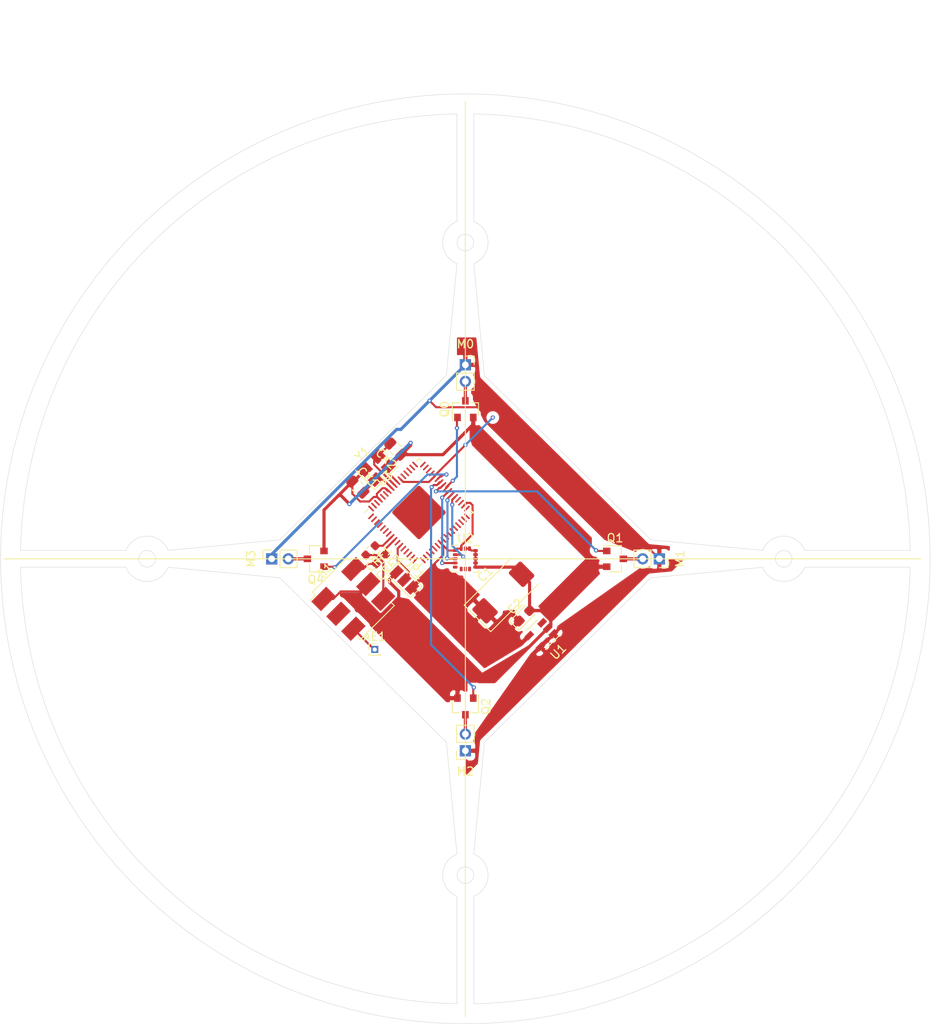
<source format=kicad_pcb>
(kicad_pcb (version 20171130) (host pcbnew 5.1.5-52549c5~84~ubuntu18.04.1)

  (general
    (thickness 1.6)
    (drawings 41)
    (tracks 195)
    (zones 0)
    (modules 21)
    (nets 68)
  )

  (page A4)
  (layers
    (0 F.Cu signal)
    (31 B.Cu signal)
    (32 B.Adhes user)
    (33 F.Adhes user)
    (34 B.Paste user)
    (35 F.Paste user)
    (36 B.SilkS user)
    (37 F.SilkS user)
    (38 B.Mask user)
    (39 F.Mask user)
    (40 Dwgs.User user)
    (41 Cmts.User user)
    (42 Eco1.User user)
    (43 Eco2.User user)
    (44 Edge.Cuts user)
    (45 Margin user)
    (46 B.CrtYd user)
    (47 F.CrtYd user)
    (48 B.Fab user)
    (49 F.Fab user)
  )

  (setup
    (last_trace_width 0.25)
    (user_trace_width 0.381)
    (trace_clearance 0.2)
    (zone_clearance 0.508)
    (zone_45_only no)
    (trace_min 0.1524)
    (via_size 0.8)
    (via_drill 0.4)
    (via_min_size 0.254)
    (via_min_drill 0.254)
    (user_via 0.508 0.254)
    (uvia_size 0.3)
    (uvia_drill 0.1)
    (uvias_allowed no)
    (uvia_min_size 0.2)
    (uvia_min_drill 0.1)
    (edge_width 0.05)
    (segment_width 0.2)
    (pcb_text_width 0.3)
    (pcb_text_size 1.5 1.5)
    (mod_edge_width 0.12)
    (mod_text_size 1 1)
    (mod_text_width 0.15)
    (pad_size 1.524 1.524)
    (pad_drill 0.762)
    (pad_to_mask_clearance 0.051)
    (solder_mask_min_width 0.25)
    (aux_axis_origin 0 0)
    (visible_elements FFFFFF7F)
    (pcbplotparams
      (layerselection 0x010fc_ffffffff)
      (usegerberextensions false)
      (usegerberattributes false)
      (usegerberadvancedattributes false)
      (creategerberjobfile false)
      (excludeedgelayer true)
      (linewidth 0.100000)
      (plotframeref false)
      (viasonmask false)
      (mode 1)
      (useauxorigin false)
      (hpglpennumber 1)
      (hpglpenspeed 20)
      (hpglpendiameter 15.000000)
      (psnegative false)
      (psa4output false)
      (plotreference true)
      (plotvalue true)
      (plotinvisibletext false)
      (padsonsilk false)
      (subtractmaskfromsilk false)
      (outputformat 1)
      (mirror false)
      (drillshape 1)
      (scaleselection 1)
      (outputdirectory ""))
  )

  (net 0 "")
  (net 1 "Net-(AE1-Pad1)")
  (net 2 "Net-(B1-Pad6)")
  (net 3 -BATT)
  (net 4 "Net-(B1-Pad4)")
  (net 5 VDD)
  (net 6 RFP)
  (net 7 RFN)
  (net 8 "Net-(CX1-Pad2)")
  (net 9 "Net-(CX2-Pad2)")
  (net 10 "Net-(JP1-Pad2)")
  (net 11 "Net-(M0-Pad2)")
  (net 12 +BATT)
  (net 13 "Net-(M1-Pad2)")
  (net 14 "Net-(M2-Pad2)")
  (net 15 "Net-(M3-Pad2)")
  (net 16 M0)
  (net 17 M1)
  (net 18 M2)
  (net 19 M3)
  (net 20 "Net-(U1-Pad3)")
  (net 21 "Net-(U2-Pad8)")
  (net 22 "Net-(U2-Pad7)")
  (net 23 "Net-(U2-Pad6)")
  (net 24 CS)
  (net 25 MISO)
  (net 26 MOSI)
  (net 27 SCLK)
  (net 28 "Net-(U3-Pad64)")
  (net 29 "Net-(U3-Pad63)")
  (net 30 "Net-(U3-Pad62)")
  (net 31 "Net-(U3-Pad60)")
  (net 32 "Net-(U3-Pad59)")
  (net 33 "Net-(U3-Pad53)")
  (net 34 "Net-(U3-Pad52)")
  (net 35 "Net-(U3-Pad51)")
  (net 36 "Net-(U3-Pad50)")
  (net 37 "Net-(U3-Pad49)")
  (net 38 "Net-(U3-Pad48)")
  (net 39 "Net-(U3-Pad47)")
  (net 40 "Net-(U3-Pad46)")
  (net 41 "Net-(U3-Pad45)")
  (net 42 "Net-(U3-Pad32)")
  (net 43 "Net-(U3-Pad31)")
  (net 44 "Net-(U3-Pad30)")
  (net 45 "Net-(U3-Pad29)")
  (net 46 "Net-(U3-Pad28)")
  (net 47 "Net-(U3-Pad27)")
  (net 48 "Net-(U3-Pad26)")
  (net 49 "Net-(U3-Pad25)")
  (net 50 "Net-(U3-Pad24)")
  (net 51 "Net-(U3-Pad22)")
  (net 52 "Net-(U3-Pad21)")
  (net 53 "Net-(U3-Pad20)")
  (net 54 "Net-(U3-Pad19)")
  (net 55 "Net-(U3-Pad18)")
  (net 56 "Net-(U3-Pad17)")
  (net 57 "Net-(U3-Pad16)")
  (net 58 "Net-(U3-Pad15)")
  (net 59 "Net-(U3-Pad14)")
  (net 60 "Net-(U3-Pad13)")
  (net 61 "Net-(U3-Pad12)")
  (net 62 "Net-(U3-Pad6)")
  (net 63 "Net-(U3-Pad5)")
  (net 64 "Net-(U3-Pad4)")
  (net 65 "Net-(U3-Pad3)")
  (net 66 "Net-(U3-Pad2)")
  (net 67 "Net-(U3-Pad1)")

  (net_class Default "This is the default net class."
    (clearance 0.2)
    (trace_width 0.25)
    (via_dia 0.8)
    (via_drill 0.4)
    (uvia_dia 0.3)
    (uvia_drill 0.1)
    (add_net +BATT)
    (add_net -BATT)
    (add_net CS)
    (add_net M0)
    (add_net M1)
    (add_net M2)
    (add_net M3)
    (add_net MISO)
    (add_net MOSI)
    (add_net "Net-(AE1-Pad1)")
    (add_net "Net-(B1-Pad4)")
    (add_net "Net-(B1-Pad6)")
    (add_net "Net-(CX1-Pad2)")
    (add_net "Net-(CX2-Pad2)")
    (add_net "Net-(JP1-Pad2)")
    (add_net "Net-(M0-Pad2)")
    (add_net "Net-(M1-Pad2)")
    (add_net "Net-(M2-Pad2)")
    (add_net "Net-(M3-Pad2)")
    (add_net "Net-(U1-Pad3)")
    (add_net "Net-(U2-Pad6)")
    (add_net "Net-(U2-Pad7)")
    (add_net "Net-(U2-Pad8)")
    (add_net "Net-(U3-Pad1)")
    (add_net "Net-(U3-Pad12)")
    (add_net "Net-(U3-Pad13)")
    (add_net "Net-(U3-Pad14)")
    (add_net "Net-(U3-Pad15)")
    (add_net "Net-(U3-Pad16)")
    (add_net "Net-(U3-Pad17)")
    (add_net "Net-(U3-Pad18)")
    (add_net "Net-(U3-Pad19)")
    (add_net "Net-(U3-Pad2)")
    (add_net "Net-(U3-Pad20)")
    (add_net "Net-(U3-Pad21)")
    (add_net "Net-(U3-Pad22)")
    (add_net "Net-(U3-Pad24)")
    (add_net "Net-(U3-Pad25)")
    (add_net "Net-(U3-Pad26)")
    (add_net "Net-(U3-Pad27)")
    (add_net "Net-(U3-Pad28)")
    (add_net "Net-(U3-Pad29)")
    (add_net "Net-(U3-Pad3)")
    (add_net "Net-(U3-Pad30)")
    (add_net "Net-(U3-Pad31)")
    (add_net "Net-(U3-Pad32)")
    (add_net "Net-(U3-Pad4)")
    (add_net "Net-(U3-Pad45)")
    (add_net "Net-(U3-Pad46)")
    (add_net "Net-(U3-Pad47)")
    (add_net "Net-(U3-Pad48)")
    (add_net "Net-(U3-Pad49)")
    (add_net "Net-(U3-Pad5)")
    (add_net "Net-(U3-Pad50)")
    (add_net "Net-(U3-Pad51)")
    (add_net "Net-(U3-Pad52)")
    (add_net "Net-(U3-Pad53)")
    (add_net "Net-(U3-Pad59)")
    (add_net "Net-(U3-Pad6)")
    (add_net "Net-(U3-Pad60)")
    (add_net "Net-(U3-Pad62)")
    (add_net "Net-(U3-Pad63)")
    (add_net "Net-(U3-Pad64)")
    (add_net RFN)
    (add_net RFP)
    (add_net SCLK)
    (add_net VDD)
  )

  (module Crystal:Crystal_SMD_3225-4Pin_3.2x2.5mm (layer F.Cu) (tedit 5A0FD1B2) (tstamp 5E293505)
    (at 129.032 90.678 45)
    (descr "SMD Crystal SERIES SMD3225/4 http://www.txccrystal.com/images/pdf/7m-accuracy.pdf, 3.2x2.5mm^2 package")
    (tags "SMD SMT crystal")
    (path /5E29A20B)
    (attr smd)
    (fp_text reference Y1 (at 0 -2.45 45) (layer F.SilkS)
      (effects (font (size 1 1) (thickness 0.15)))
    )
    (fp_text value Crystal_GND24_Small (at 0 2.45 45) (layer F.Fab)
      (effects (font (size 1 1) (thickness 0.15)))
    )
    (fp_line (start 2.1 -1.7) (end -2.1 -1.7) (layer F.CrtYd) (width 0.05))
    (fp_line (start 2.1 1.7) (end 2.1 -1.7) (layer F.CrtYd) (width 0.05))
    (fp_line (start -2.1 1.7) (end 2.1 1.7) (layer F.CrtYd) (width 0.05))
    (fp_line (start -2.1 -1.7) (end -2.1 1.7) (layer F.CrtYd) (width 0.05))
    (fp_line (start -2 1.65) (end 2 1.65) (layer F.SilkS) (width 0.12))
    (fp_line (start -2 -1.65) (end -2 1.65) (layer F.SilkS) (width 0.12))
    (fp_line (start -1.6 0.25) (end -0.6 1.25) (layer F.Fab) (width 0.1))
    (fp_line (start 1.6 -1.25) (end -1.6 -1.25) (layer F.Fab) (width 0.1))
    (fp_line (start 1.6 1.25) (end 1.6 -1.25) (layer F.Fab) (width 0.1))
    (fp_line (start -1.6 1.25) (end 1.6 1.25) (layer F.Fab) (width 0.1))
    (fp_line (start -1.6 -1.25) (end -1.6 1.25) (layer F.Fab) (width 0.1))
    (fp_text user %R (at 0 0 45) (layer F.Fab)
      (effects (font (size 0.7 0.7) (thickness 0.105)))
    )
    (pad 4 smd rect (at -1.1 -0.85 45) (size 1.4 1.2) (layers F.Cu F.Paste F.Mask)
      (net 3 -BATT))
    (pad 3 smd rect (at 1.1 -0.85 45) (size 1.4 1.2) (layers F.Cu F.Paste F.Mask)
      (net 9 "Net-(CX2-Pad2)"))
    (pad 2 smd rect (at 1.1 0.85 45) (size 1.4 1.2) (layers F.Cu F.Paste F.Mask)
      (net 3 -BATT))
    (pad 1 smd rect (at -1.1 0.85 45) (size 1.4 1.2) (layers F.Cu F.Paste F.Mask)
      (net 8 "Net-(CX1-Pad2)"))
    (model ${KISYS3DMOD}/Crystal.3dshapes/Crystal_SMD_3225-4Pin_3.2x2.5mm.wrl
      (at (xyz 0 0 0))
      (scale (xyz 1 1 1))
      (rotate (xyz 0 0 0))
    )
  )

  (module Package_DFN_QFN:QFN-64-1EP_9x9mm_P0.5mm_EP4.7x4.7mm (layer F.Cu) (tedit 5B316F24) (tstamp 5E2961C0)
    (at 134.112 96.012 45)
    (descr "QFN, 64 Pin (http://ww1.microchip.com/downloads/en/DeviceDoc/60001477A.pdf (page 1083)), generated with kicad-footprint-generator ipc_dfn_qfn_generator.py")
    (tags "QFN DFN_QFN")
    (path /5E218933)
    (attr smd)
    (fp_text reference U3 (at 0 -5.8 45) (layer F.SilkS)
      (effects (font (size 1 1) (thickness 0.15)))
    )
    (fp_text value ATmega256-RFR2 (at 0 5.8 45) (layer F.Fab)
      (effects (font (size 1 1) (thickness 0.15)))
    )
    (fp_text user %R (at 0 0 45) (layer F.Fab)
      (effects (font (size 1 1) (thickness 0.15)))
    )
    (fp_line (start 5.1 -5.1) (end -5.1 -5.1) (layer F.CrtYd) (width 0.05))
    (fp_line (start 5.1 5.1) (end 5.1 -5.1) (layer F.CrtYd) (width 0.05))
    (fp_line (start -5.1 5.1) (end 5.1 5.1) (layer F.CrtYd) (width 0.05))
    (fp_line (start -5.1 -5.1) (end -5.1 5.1) (layer F.CrtYd) (width 0.05))
    (fp_line (start -4.5 -3.5) (end -3.5 -4.5) (layer F.Fab) (width 0.1))
    (fp_line (start -4.5 4.5) (end -4.5 -3.5) (layer F.Fab) (width 0.1))
    (fp_line (start 4.5 4.5) (end -4.5 4.5) (layer F.Fab) (width 0.1))
    (fp_line (start 4.5 -4.5) (end 4.5 4.5) (layer F.Fab) (width 0.1))
    (fp_line (start -3.5 -4.5) (end 4.5 -4.5) (layer F.Fab) (width 0.1))
    (fp_line (start -4.11 -4.61) (end -4.61 -4.61) (layer F.SilkS) (width 0.12))
    (fp_line (start 4.61 4.61) (end 4.61 4.11) (layer F.SilkS) (width 0.12))
    (fp_line (start 4.11 4.61) (end 4.61 4.61) (layer F.SilkS) (width 0.12))
    (fp_line (start -4.61 4.61) (end -4.61 4.11) (layer F.SilkS) (width 0.12))
    (fp_line (start -4.11 4.61) (end -4.61 4.61) (layer F.SilkS) (width 0.12))
    (fp_line (start 4.61 -4.61) (end 4.61 -4.11) (layer F.SilkS) (width 0.12))
    (fp_line (start 4.11 -4.61) (end 4.61 -4.61) (layer F.SilkS) (width 0.12))
    (pad 64 smd roundrect (at -3.75 -4.4125 45) (size 0.2 0.875) (layers F.Cu F.Paste F.Mask) (roundrect_rratio 0.25)
      (net 28 "Net-(U3-Pad64)"))
    (pad 63 smd roundrect (at -3.25 -4.4125 45) (size 0.2 0.875) (layers F.Cu F.Paste F.Mask) (roundrect_rratio 0.25)
      (net 29 "Net-(U3-Pad63)"))
    (pad 62 smd roundrect (at -2.75 -4.4125 45) (size 0.2 0.875) (layers F.Cu F.Paste F.Mask) (roundrect_rratio 0.25)
      (net 30 "Net-(U3-Pad62)"))
    (pad 61 smd roundrect (at -2.25 -4.4125 45) (size 0.2 0.875) (layers F.Cu F.Paste F.Mask) (roundrect_rratio 0.25)
      (net 3 -BATT))
    (pad 60 smd roundrect (at -1.75 -4.4125 45) (size 0.2 0.875) (layers F.Cu F.Paste F.Mask) (roundrect_rratio 0.25)
      (net 31 "Net-(U3-Pad60)"))
    (pad 59 smd roundrect (at -1.25 -4.4125 45) (size 0.2 0.875) (layers F.Cu F.Paste F.Mask) (roundrect_rratio 0.25)
      (net 32 "Net-(U3-Pad59)"))
    (pad 58 smd roundrect (at -0.75 -4.4125 45) (size 0.2 0.875) (layers F.Cu F.Paste F.Mask) (roundrect_rratio 0.25)
      (net 3 -BATT))
    (pad 57 smd roundrect (at -0.25 -4.4125 45) (size 0.2 0.875) (layers F.Cu F.Paste F.Mask) (roundrect_rratio 0.25)
      (net 8 "Net-(CX1-Pad2)"))
    (pad 56 smd roundrect (at 0.25 -4.4125 45) (size 0.2 0.875) (layers F.Cu F.Paste F.Mask) (roundrect_rratio 0.25)
      (net 9 "Net-(CX2-Pad2)"))
    (pad 55 smd roundrect (at 0.75 -4.4125 45) (size 0.2 0.875) (layers F.Cu F.Paste F.Mask) (roundrect_rratio 0.25)
      (net 3 -BATT))
    (pad 54 smd roundrect (at 1.25 -4.4125 45) (size 0.2 0.875) (layers F.Cu F.Paste F.Mask) (roundrect_rratio 0.25)
      (net 5 VDD))
    (pad 53 smd roundrect (at 1.75 -4.4125 45) (size 0.2 0.875) (layers F.Cu F.Paste F.Mask) (roundrect_rratio 0.25)
      (net 33 "Net-(U3-Pad53)"))
    (pad 52 smd roundrect (at 2.25 -4.4125 45) (size 0.2 0.875) (layers F.Cu F.Paste F.Mask) (roundrect_rratio 0.25)
      (net 34 "Net-(U3-Pad52)"))
    (pad 51 smd roundrect (at 2.75 -4.4125 45) (size 0.2 0.875) (layers F.Cu F.Paste F.Mask) (roundrect_rratio 0.25)
      (net 35 "Net-(U3-Pad51)"))
    (pad 50 smd roundrect (at 3.25 -4.4125 45) (size 0.2 0.875) (layers F.Cu F.Paste F.Mask) (roundrect_rratio 0.25)
      (net 36 "Net-(U3-Pad50)"))
    (pad 49 smd roundrect (at 3.75 -4.4125 45) (size 0.2 0.875) (layers F.Cu F.Paste F.Mask) (roundrect_rratio 0.25)
      (net 37 "Net-(U3-Pad49)"))
    (pad 48 smd roundrect (at 4.4125 -3.75 45) (size 0.875 0.2) (layers F.Cu F.Paste F.Mask) (roundrect_rratio 0.25)
      (net 38 "Net-(U3-Pad48)"))
    (pad 47 smd roundrect (at 4.4125 -3.25 45) (size 0.875 0.2) (layers F.Cu F.Paste F.Mask) (roundrect_rratio 0.25)
      (net 39 "Net-(U3-Pad47)"))
    (pad 46 smd roundrect (at 4.4125 -2.75 45) (size 0.875 0.2) (layers F.Cu F.Paste F.Mask) (roundrect_rratio 0.25)
      (net 40 "Net-(U3-Pad46)"))
    (pad 45 smd roundrect (at 4.4125 -2.25 45) (size 0.875 0.2) (layers F.Cu F.Paste F.Mask) (roundrect_rratio 0.25)
      (net 41 "Net-(U3-Pad45)"))
    (pad 44 smd roundrect (at 4.4125 -1.75 45) (size 0.875 0.2) (layers F.Cu F.Paste F.Mask) (roundrect_rratio 0.25)
      (net 5 VDD))
    (pad 43 smd roundrect (at 4.4125 -1.25 45) (size 0.875 0.2) (layers F.Cu F.Paste F.Mask) (roundrect_rratio 0.25)
      (net 19 M3))
    (pad 42 smd roundrect (at 4.4125 -0.75 45) (size 0.875 0.2) (layers F.Cu F.Paste F.Mask) (roundrect_rratio 0.25)
      (net 18 M2))
    (pad 41 smd roundrect (at 4.4125 -0.25 45) (size 0.875 0.2) (layers F.Cu F.Paste F.Mask) (roundrect_rratio 0.25)
      (net 17 M1))
    (pad 40 smd roundrect (at 4.4125 0.25 45) (size 0.875 0.2) (layers F.Cu F.Paste F.Mask) (roundrect_rratio 0.25)
      (net 16 M0))
    (pad 39 smd roundrect (at 4.4125 0.75 45) (size 0.875 0.2) (layers F.Cu F.Paste F.Mask) (roundrect_rratio 0.25)
      (net 25 MISO))
    (pad 38 smd roundrect (at 4.4125 1.25 45) (size 0.875 0.2) (layers F.Cu F.Paste F.Mask) (roundrect_rratio 0.25)
      (net 26 MOSI))
    (pad 37 smd roundrect (at 4.4125 1.75 45) (size 0.875 0.2) (layers F.Cu F.Paste F.Mask) (roundrect_rratio 0.25)
      (net 27 SCLK))
    (pad 36 smd roundrect (at 4.4125 2.25 45) (size 0.875 0.2) (layers F.Cu F.Paste F.Mask) (roundrect_rratio 0.25)
      (net 24 CS))
    (pad 35 smd roundrect (at 4.4125 2.75 45) (size 0.875 0.2) (layers F.Cu F.Paste F.Mask) (roundrect_rratio 0.25)
      (net 3 -BATT))
    (pad 34 smd roundrect (at 4.4125 3.25 45) (size 0.875 0.2) (layers F.Cu F.Paste F.Mask) (roundrect_rratio 0.25)
      (net 5 VDD))
    (pad 33 smd roundrect (at 4.4125 3.75 45) (size 0.875 0.2) (layers F.Cu F.Paste F.Mask) (roundrect_rratio 0.25)
      (net 3 -BATT))
    (pad 32 smd roundrect (at 3.75 4.4125 45) (size 0.2 0.875) (layers F.Cu F.Paste F.Mask) (roundrect_rratio 0.25)
      (net 42 "Net-(U3-Pad32)"))
    (pad 31 smd roundrect (at 3.25 4.4125 45) (size 0.2 0.875) (layers F.Cu F.Paste F.Mask) (roundrect_rratio 0.25)
      (net 43 "Net-(U3-Pad31)"))
    (pad 30 smd roundrect (at 2.75 4.4125 45) (size 0.2 0.875) (layers F.Cu F.Paste F.Mask) (roundrect_rratio 0.25)
      (net 44 "Net-(U3-Pad30)"))
    (pad 29 smd roundrect (at 2.25 4.4125 45) (size 0.2 0.875) (layers F.Cu F.Paste F.Mask) (roundrect_rratio 0.25)
      (net 45 "Net-(U3-Pad29)"))
    (pad 28 smd roundrect (at 1.75 4.4125 45) (size 0.2 0.875) (layers F.Cu F.Paste F.Mask) (roundrect_rratio 0.25)
      (net 46 "Net-(U3-Pad28)"))
    (pad 27 smd roundrect (at 1.25 4.4125 45) (size 0.2 0.875) (layers F.Cu F.Paste F.Mask) (roundrect_rratio 0.25)
      (net 47 "Net-(U3-Pad27)"))
    (pad 26 smd roundrect (at 0.75 4.4125 45) (size 0.2 0.875) (layers F.Cu F.Paste F.Mask) (roundrect_rratio 0.25)
      (net 48 "Net-(U3-Pad26)"))
    (pad 25 smd roundrect (at 0.25 4.4125 45) (size 0.2 0.875) (layers F.Cu F.Paste F.Mask) (roundrect_rratio 0.25)
      (net 49 "Net-(U3-Pad25)"))
    (pad 24 smd roundrect (at -0.25 4.4125 45) (size 0.2 0.875) (layers F.Cu F.Paste F.Mask) (roundrect_rratio 0.25)
      (net 50 "Net-(U3-Pad24)"))
    (pad 23 smd roundrect (at -0.75 4.4125 45) (size 0.2 0.875) (layers F.Cu F.Paste F.Mask) (roundrect_rratio 0.25)
      (net 5 VDD))
    (pad 22 smd roundrect (at -1.25 4.4125 45) (size 0.2 0.875) (layers F.Cu F.Paste F.Mask) (roundrect_rratio 0.25)
      (net 51 "Net-(U3-Pad22)"))
    (pad 21 smd roundrect (at -1.75 4.4125 45) (size 0.2 0.875) (layers F.Cu F.Paste F.Mask) (roundrect_rratio 0.25)
      (net 52 "Net-(U3-Pad21)"))
    (pad 20 smd roundrect (at -2.25 4.4125 45) (size 0.2 0.875) (layers F.Cu F.Paste F.Mask) (roundrect_rratio 0.25)
      (net 53 "Net-(U3-Pad20)"))
    (pad 19 smd roundrect (at -2.75 4.4125 45) (size 0.2 0.875) (layers F.Cu F.Paste F.Mask) (roundrect_rratio 0.25)
      (net 54 "Net-(U3-Pad19)"))
    (pad 18 smd roundrect (at -3.25 4.4125 45) (size 0.2 0.875) (layers F.Cu F.Paste F.Mask) (roundrect_rratio 0.25)
      (net 55 "Net-(U3-Pad18)"))
    (pad 17 smd roundrect (at -3.75 4.4125 45) (size 0.2 0.875) (layers F.Cu F.Paste F.Mask) (roundrect_rratio 0.25)
      (net 56 "Net-(U3-Pad17)"))
    (pad 16 smd roundrect (at -4.4125 3.75 45) (size 0.875 0.2) (layers F.Cu F.Paste F.Mask) (roundrect_rratio 0.25)
      (net 57 "Net-(U3-Pad16)"))
    (pad 15 smd roundrect (at -4.4125 3.25 45) (size 0.875 0.2) (layers F.Cu F.Paste F.Mask) (roundrect_rratio 0.25)
      (net 58 "Net-(U3-Pad15)"))
    (pad 14 smd roundrect (at -4.4125 2.75 45) (size 0.875 0.2) (layers F.Cu F.Paste F.Mask) (roundrect_rratio 0.25)
      (net 59 "Net-(U3-Pad14)"))
    (pad 13 smd roundrect (at -4.4125 2.25 45) (size 0.875 0.2) (layers F.Cu F.Paste F.Mask) (roundrect_rratio 0.25)
      (net 60 "Net-(U3-Pad13)"))
    (pad 12 smd roundrect (at -4.4125 1.75 45) (size 0.875 0.2) (layers F.Cu F.Paste F.Mask) (roundrect_rratio 0.25)
      (net 61 "Net-(U3-Pad12)"))
    (pad 11 smd roundrect (at -4.4125 1.25 45) (size 0.875 0.2) (layers F.Cu F.Paste F.Mask) (roundrect_rratio 0.25)
      (net 10 "Net-(JP1-Pad2)"))
    (pad 10 smd roundrect (at -4.4125 0.75 45) (size 0.875 0.2) (layers F.Cu F.Paste F.Mask) (roundrect_rratio 0.25)
      (net 3 -BATT))
    (pad 9 smd roundrect (at -4.4125 0.25 45) (size 0.875 0.2) (layers F.Cu F.Paste F.Mask) (roundrect_rratio 0.25)
      (net 7 RFN))
    (pad 8 smd roundrect (at -4.4125 -0.25 45) (size 0.875 0.2) (layers F.Cu F.Paste F.Mask) (roundrect_rratio 0.25)
      (net 6 RFP))
    (pad 7 smd roundrect (at -4.4125 -0.75 45) (size 0.875 0.2) (layers F.Cu F.Paste F.Mask) (roundrect_rratio 0.25)
      (net 3 -BATT))
    (pad 6 smd roundrect (at -4.4125 -1.25 45) (size 0.875 0.2) (layers F.Cu F.Paste F.Mask) (roundrect_rratio 0.25)
      (net 62 "Net-(U3-Pad6)"))
    (pad 5 smd roundrect (at -4.4125 -1.75 45) (size 0.875 0.2) (layers F.Cu F.Paste F.Mask) (roundrect_rratio 0.25)
      (net 63 "Net-(U3-Pad5)"))
    (pad 4 smd roundrect (at -4.4125 -2.25 45) (size 0.875 0.2) (layers F.Cu F.Paste F.Mask) (roundrect_rratio 0.25)
      (net 64 "Net-(U3-Pad4)"))
    (pad 3 smd roundrect (at -4.4125 -2.75 45) (size 0.875 0.2) (layers F.Cu F.Paste F.Mask) (roundrect_rratio 0.25)
      (net 65 "Net-(U3-Pad3)"))
    (pad 2 smd roundrect (at -4.4125 -3.25 45) (size 0.875 0.2) (layers F.Cu F.Paste F.Mask) (roundrect_rratio 0.25)
      (net 66 "Net-(U3-Pad2)"))
    (pad 1 smd roundrect (at -4.4125 -3.75 45) (size 0.875 0.2) (layers F.Cu F.Paste F.Mask) (roundrect_rratio 0.25)
      (net 67 "Net-(U3-Pad1)"))
    (pad "" smd roundrect (at 1.57 1.57 45) (size 1.26 1.26) (layers F.Paste) (roundrect_rratio 0.198413))
    (pad "" smd roundrect (at 1.57 0 45) (size 1.26 1.26) (layers F.Paste) (roundrect_rratio 0.198413))
    (pad "" smd roundrect (at 1.57 -1.57 45) (size 1.26 1.26) (layers F.Paste) (roundrect_rratio 0.198413))
    (pad "" smd roundrect (at 0 1.57 45) (size 1.26 1.26) (layers F.Paste) (roundrect_rratio 0.198413))
    (pad "" smd roundrect (at 0 0 45) (size 1.26 1.26) (layers F.Paste) (roundrect_rratio 0.198413))
    (pad "" smd roundrect (at 0 -1.57 45) (size 1.26 1.26) (layers F.Paste) (roundrect_rratio 0.198413))
    (pad "" smd roundrect (at -1.57 1.57 45) (size 1.26 1.26) (layers F.Paste) (roundrect_rratio 0.198413))
    (pad "" smd roundrect (at -1.57 0 45) (size 1.26 1.26) (layers F.Paste) (roundrect_rratio 0.198413))
    (pad "" smd roundrect (at -1.57 -1.57 45) (size 1.26 1.26) (layers F.Paste) (roundrect_rratio 0.198413))
    (pad 65 smd roundrect (at 0 0 45) (size 4.7 4.7) (layers F.Cu F.Mask) (roundrect_rratio 0.053191))
    (model ${KISYS3DMOD}/Package_DFN_QFN.3dshapes/QFN-64-1EP_9x9mm_P0.5mm_EP4.7x4.7mm.wrl
      (at (xyz 0 0 0))
      (scale (xyz 1 1 1))
      (rotate (xyz 0 0 0))
    )
  )

  (module Package_LGA:LGA-16_3x3mm_P0.5mm_LayoutBorder3x5y (layer F.Cu) (tedit 5CF93F4A) (tstamp 5E2934AA)
    (at 139.7 101.6)
    (descr "LGA, 16 Pin (http://www.st.com/resource/en/datasheet/lis331hh.pdf), generated with kicad-footprint-generator ipc_noLead_generator.py")
    (tags "LGA NoLead")
    (path /5E21F9E9)
    (attr smd)
    (fp_text reference U2 (at 0 -2.45) (layer F.SilkS)
      (effects (font (size 1 1) (thickness 0.15)))
    )
    (fp_text value ICM-20602 (at 0 2.45) (layer F.Fab)
      (effects (font (size 1 1) (thickness 0.15)))
    )
    (fp_text user %R (at 0 0) (layer F.Fab)
      (effects (font (size 0.75 0.75) (thickness 0.11)))
    )
    (fp_line (start 1.75 -1.75) (end -1.75 -1.75) (layer F.CrtYd) (width 0.05))
    (fp_line (start 1.75 1.75) (end 1.75 -1.75) (layer F.CrtYd) (width 0.05))
    (fp_line (start -1.75 1.75) (end 1.75 1.75) (layer F.CrtYd) (width 0.05))
    (fp_line (start -1.75 -1.75) (end -1.75 1.75) (layer F.CrtYd) (width 0.05))
    (fp_line (start -1.5 -0.75) (end -0.75 -1.5) (layer F.Fab) (width 0.1))
    (fp_line (start -1.5 1.5) (end -1.5 -0.75) (layer F.Fab) (width 0.1))
    (fp_line (start 1.5 1.5) (end -1.5 1.5) (layer F.Fab) (width 0.1))
    (fp_line (start 1.5 -1.5) (end 1.5 1.5) (layer F.Fab) (width 0.1))
    (fp_line (start -0.75 -1.5) (end 1.5 -1.5) (layer F.Fab) (width 0.1))
    (fp_line (start -0.935 -1.61) (end -1.61 -1.61) (layer F.SilkS) (width 0.12))
    (fp_line (start 1.61 1.61) (end 1.61 1.435) (layer F.SilkS) (width 0.12))
    (fp_line (start 0.935 1.61) (end 1.61 1.61) (layer F.SilkS) (width 0.12))
    (fp_line (start -1.61 1.61) (end -1.61 1.435) (layer F.SilkS) (width 0.12))
    (fp_line (start -0.935 1.61) (end -1.61 1.61) (layer F.SilkS) (width 0.12))
    (fp_line (start 1.61 -1.61) (end 1.61 -1.435) (layer F.SilkS) (width 0.12))
    (fp_line (start 0.935 -1.61) (end 1.61 -1.61) (layer F.SilkS) (width 0.12))
    (pad 16 smd roundrect (at -0.5 -1.225) (size 0.35 0.55) (layers F.Cu F.Paste F.Mask) (roundrect_rratio 0.25)
      (net 5 VDD))
    (pad 15 smd roundrect (at 0 -1.225) (size 0.35 0.55) (layers F.Cu F.Paste F.Mask) (roundrect_rratio 0.25)
      (net 3 -BATT))
    (pad 14 smd roundrect (at 0.5 -1.225) (size 0.35 0.55) (layers F.Cu F.Paste F.Mask) (roundrect_rratio 0.25)
      (net 3 -BATT))
    (pad 13 smd roundrect (at 1.225 -1) (size 0.55 0.35) (layers F.Cu F.Paste F.Mask) (roundrect_rratio 0.25)
      (net 3 -BATT))
    (pad 12 smd roundrect (at 1.225 -0.5) (size 0.55 0.35) (layers F.Cu F.Paste F.Mask) (roundrect_rratio 0.25)
      (net 3 -BATT))
    (pad 11 smd roundrect (at 1.225 0) (size 0.55 0.35) (layers F.Cu F.Paste F.Mask) (roundrect_rratio 0.25)
      (net 3 -BATT))
    (pad 10 smd roundrect (at 1.225 0.5) (size 0.55 0.35) (layers F.Cu F.Paste F.Mask) (roundrect_rratio 0.25)
      (net 3 -BATT))
    (pad 9 smd roundrect (at 1.225 1) (size 0.55 0.35) (layers F.Cu F.Paste F.Mask) (roundrect_rratio 0.25)
      (net 3 -BATT))
    (pad 8 smd roundrect (at 0.5 1.225) (size 0.35 0.55) (layers F.Cu F.Paste F.Mask) (roundrect_rratio 0.25)
      (net 21 "Net-(U2-Pad8)"))
    (pad 7 smd roundrect (at 0 1.225) (size 0.35 0.55) (layers F.Cu F.Paste F.Mask) (roundrect_rratio 0.25)
      (net 22 "Net-(U2-Pad7)"))
    (pad 6 smd roundrect (at -0.5 1.225) (size 0.35 0.55) (layers F.Cu F.Paste F.Mask) (roundrect_rratio 0.25)
      (net 23 "Net-(U2-Pad6)"))
    (pad 5 smd roundrect (at -1.225 1) (size 0.55 0.35) (layers F.Cu F.Paste F.Mask) (roundrect_rratio 0.25)
      (net 24 CS))
    (pad 4 smd roundrect (at -1.225 0.5) (size 0.55 0.35) (layers F.Cu F.Paste F.Mask) (roundrect_rratio 0.25)
      (net 25 MISO))
    (pad 3 smd roundrect (at -1.225 0) (size 0.55 0.35) (layers F.Cu F.Paste F.Mask) (roundrect_rratio 0.25)
      (net 26 MOSI))
    (pad 2 smd roundrect (at -1.225 -0.5) (size 0.55 0.35) (layers F.Cu F.Paste F.Mask) (roundrect_rratio 0.25)
      (net 27 SCLK))
    (pad 1 smd roundrect (at -1.225 -1) (size 0.55 0.35) (layers F.Cu F.Paste F.Mask) (roundrect_rratio 0.25)
      (net 5 VDD))
    (model ${KISYS3DMOD}/Package_LGA.3dshapes/LGA-16_3x3mm_P0.5mm_LayoutBorder3x5y.wrl
      (at (xyz 0 0 0))
      (scale (xyz 1 1 1))
      (rotate (xyz 0 0 0))
    )
  )

  (module Package_TO_SOT_SMD:SOT-23-5 (layer F.Cu) (tedit 5A02FF57) (tstamp 5E29334D)
    (at 148.844 110.744 225)
    (descr "5-pin SOT23 package")
    (tags SOT-23-5)
    (path /5E225686)
    (attr smd)
    (fp_text reference U1 (at 0 -2.9 45) (layer F.SilkS)
      (effects (font (size 1 1) (thickness 0.15)))
    )
    (fp_text value LK112M18TR (at 0 2.9 45) (layer F.Fab)
      (effects (font (size 1 1) (thickness 0.15)))
    )
    (fp_line (start 0.9 -1.55) (end 0.9 1.55) (layer F.Fab) (width 0.1))
    (fp_line (start 0.9 1.55) (end -0.9 1.55) (layer F.Fab) (width 0.1))
    (fp_line (start -0.9 -0.9) (end -0.9 1.55) (layer F.Fab) (width 0.1))
    (fp_line (start 0.9 -1.55) (end -0.25 -1.55) (layer F.Fab) (width 0.1))
    (fp_line (start -0.9 -0.9) (end -0.25 -1.55) (layer F.Fab) (width 0.1))
    (fp_line (start -1.9 1.8) (end -1.9 -1.8) (layer F.CrtYd) (width 0.05))
    (fp_line (start 1.9 1.8) (end -1.9 1.8) (layer F.CrtYd) (width 0.05))
    (fp_line (start 1.9 -1.8) (end 1.9 1.8) (layer F.CrtYd) (width 0.05))
    (fp_line (start -1.9 -1.8) (end 1.9 -1.8) (layer F.CrtYd) (width 0.05))
    (fp_line (start 0.9 -1.61) (end -1.55 -1.61) (layer F.SilkS) (width 0.12))
    (fp_line (start -0.9 1.61) (end 0.9 1.61) (layer F.SilkS) (width 0.12))
    (fp_text user %R (at 0 0 135) (layer F.Fab)
      (effects (font (size 0.5 0.5) (thickness 0.075)))
    )
    (pad 5 smd rect (at 1.1 -0.95 225) (size 1.06 0.65) (layers F.Cu F.Paste F.Mask)
      (net 12 +BATT))
    (pad 4 smd rect (at 1.1 0.95 225) (size 1.06 0.65) (layers F.Cu F.Paste F.Mask)
      (net 5 VDD))
    (pad 3 smd rect (at -1.1 0.95 225) (size 1.06 0.65) (layers F.Cu F.Paste F.Mask)
      (net 20 "Net-(U1-Pad3)"))
    (pad 2 smd rect (at -1.1 0 225) (size 1.06 0.65) (layers F.Cu F.Paste F.Mask)
      (net 3 -BATT))
    (pad 1 smd rect (at -1.1 -0.95 225) (size 1.06 0.65) (layers F.Cu F.Paste F.Mask)
      (net 12 +BATT))
    (model ${KISYS3DMOD}/Package_TO_SOT_SMD.3dshapes/SOT-23-5.wrl
      (at (xyz 0 0 0))
      (scale (xyz 1 1 1))
      (rotate (xyz 0 0 0))
    )
  )

  (module Package_TO_SOT_SMD:SOT-23 (layer F.Cu) (tedit 5A02FF57) (tstamp 5E29314C)
    (at 121.666 101.6 180)
    (descr "SOT-23, Standard")
    (tags SOT-23)
    (path /5E2F8F2E)
    (attr smd)
    (fp_text reference Q4 (at 0 -2.5) (layer F.SilkS)
      (effects (font (size 1 1) (thickness 0.15)))
    )
    (fp_text value Si2318DS (at 0 2.5) (layer F.Fab)
      (effects (font (size 1 1) (thickness 0.15)))
    )
    (fp_line (start 0.76 1.58) (end -0.7 1.58) (layer F.SilkS) (width 0.12))
    (fp_line (start 0.76 -1.58) (end -1.4 -1.58) (layer F.SilkS) (width 0.12))
    (fp_line (start -1.7 1.75) (end -1.7 -1.75) (layer F.CrtYd) (width 0.05))
    (fp_line (start 1.7 1.75) (end -1.7 1.75) (layer F.CrtYd) (width 0.05))
    (fp_line (start 1.7 -1.75) (end 1.7 1.75) (layer F.CrtYd) (width 0.05))
    (fp_line (start -1.7 -1.75) (end 1.7 -1.75) (layer F.CrtYd) (width 0.05))
    (fp_line (start 0.76 -1.58) (end 0.76 -0.65) (layer F.SilkS) (width 0.12))
    (fp_line (start 0.76 1.58) (end 0.76 0.65) (layer F.SilkS) (width 0.12))
    (fp_line (start -0.7 1.52) (end 0.7 1.52) (layer F.Fab) (width 0.1))
    (fp_line (start 0.7 -1.52) (end 0.7 1.52) (layer F.Fab) (width 0.1))
    (fp_line (start -0.7 -0.95) (end -0.15 -1.52) (layer F.Fab) (width 0.1))
    (fp_line (start -0.15 -1.52) (end 0.7 -1.52) (layer F.Fab) (width 0.1))
    (fp_line (start -0.7 -0.95) (end -0.7 1.5) (layer F.Fab) (width 0.1))
    (fp_text user %R (at 0 0 90) (layer F.Fab)
      (effects (font (size 0.5 0.5) (thickness 0.075)))
    )
    (pad 3 smd rect (at 1 0 180) (size 0.9 0.8) (layers F.Cu F.Paste F.Mask)
      (net 15 "Net-(M3-Pad2)"))
    (pad 2 smd rect (at -1 0.95 180) (size 0.9 0.8) (layers F.Cu F.Paste F.Mask)
      (net 3 -BATT))
    (pad 1 smd rect (at -1 -0.95 180) (size 0.9 0.8) (layers F.Cu F.Paste F.Mask)
      (net 19 M3))
    (model ${KISYS3DMOD}/Package_TO_SOT_SMD.3dshapes/SOT-23.wrl
      (at (xyz 0 0 0))
      (scale (xyz 1 1 1))
      (rotate (xyz 0 0 0))
    )
  )

  (module Package_TO_SOT_SMD:SOT-23 (layer F.Cu) (tedit 5A02FF57) (tstamp 5E29345E)
    (at 139.7 119.38 270)
    (descr "SOT-23, Standard")
    (tags SOT-23)
    (path /5E2E4410)
    (attr smd)
    (fp_text reference Q2 (at 0 -2.5 90) (layer F.SilkS)
      (effects (font (size 1 1) (thickness 0.15)))
    )
    (fp_text value Si2318DS (at 0 2.5 90) (layer F.Fab)
      (effects (font (size 1 1) (thickness 0.15)))
    )
    (fp_line (start 0.76 1.58) (end -0.7 1.58) (layer F.SilkS) (width 0.12))
    (fp_line (start 0.76 -1.58) (end -1.4 -1.58) (layer F.SilkS) (width 0.12))
    (fp_line (start -1.7 1.75) (end -1.7 -1.75) (layer F.CrtYd) (width 0.05))
    (fp_line (start 1.7 1.75) (end -1.7 1.75) (layer F.CrtYd) (width 0.05))
    (fp_line (start 1.7 -1.75) (end 1.7 1.75) (layer F.CrtYd) (width 0.05))
    (fp_line (start -1.7 -1.75) (end 1.7 -1.75) (layer F.CrtYd) (width 0.05))
    (fp_line (start 0.76 -1.58) (end 0.76 -0.65) (layer F.SilkS) (width 0.12))
    (fp_line (start 0.76 1.58) (end 0.76 0.65) (layer F.SilkS) (width 0.12))
    (fp_line (start -0.7 1.52) (end 0.7 1.52) (layer F.Fab) (width 0.1))
    (fp_line (start 0.7 -1.52) (end 0.7 1.52) (layer F.Fab) (width 0.1))
    (fp_line (start -0.7 -0.95) (end -0.15 -1.52) (layer F.Fab) (width 0.1))
    (fp_line (start -0.15 -1.52) (end 0.7 -1.52) (layer F.Fab) (width 0.1))
    (fp_line (start -0.7 -0.95) (end -0.7 1.5) (layer F.Fab) (width 0.1))
    (fp_text user %R (at 0 0) (layer F.Fab)
      (effects (font (size 0.5 0.5) (thickness 0.075)))
    )
    (pad 3 smd rect (at 1 0 270) (size 0.9 0.8) (layers F.Cu F.Paste F.Mask)
      (net 14 "Net-(M2-Pad2)"))
    (pad 2 smd rect (at -1 0.95 270) (size 0.9 0.8) (layers F.Cu F.Paste F.Mask)
      (net 3 -BATT))
    (pad 1 smd rect (at -1 -0.95 270) (size 0.9 0.8) (layers F.Cu F.Paste F.Mask)
      (net 18 M2))
    (model ${KISYS3DMOD}/Package_TO_SOT_SMD.3dshapes/SOT-23.wrl
      (at (xyz 0 0 0))
      (scale (xyz 1 1 1))
      (rotate (xyz 0 0 0))
    )
  )

  (module Package_TO_SOT_SMD:SOT-23 (layer F.Cu) (tedit 5A02FF57) (tstamp 5E293311)
    (at 157.734 101.6)
    (descr "SOT-23, Standard")
    (tags SOT-23)
    (path /5E2DB817)
    (attr smd)
    (fp_text reference Q1 (at 0 -2.5) (layer F.SilkS)
      (effects (font (size 1 1) (thickness 0.15)))
    )
    (fp_text value Si2318DS (at 0 2.5) (layer F.Fab)
      (effects (font (size 1 1) (thickness 0.15)))
    )
    (fp_line (start 0.76 1.58) (end -0.7 1.58) (layer F.SilkS) (width 0.12))
    (fp_line (start 0.76 -1.58) (end -1.4 -1.58) (layer F.SilkS) (width 0.12))
    (fp_line (start -1.7 1.75) (end -1.7 -1.75) (layer F.CrtYd) (width 0.05))
    (fp_line (start 1.7 1.75) (end -1.7 1.75) (layer F.CrtYd) (width 0.05))
    (fp_line (start 1.7 -1.75) (end 1.7 1.75) (layer F.CrtYd) (width 0.05))
    (fp_line (start -1.7 -1.75) (end 1.7 -1.75) (layer F.CrtYd) (width 0.05))
    (fp_line (start 0.76 -1.58) (end 0.76 -0.65) (layer F.SilkS) (width 0.12))
    (fp_line (start 0.76 1.58) (end 0.76 0.65) (layer F.SilkS) (width 0.12))
    (fp_line (start -0.7 1.52) (end 0.7 1.52) (layer F.Fab) (width 0.1))
    (fp_line (start 0.7 -1.52) (end 0.7 1.52) (layer F.Fab) (width 0.1))
    (fp_line (start -0.7 -0.95) (end -0.15 -1.52) (layer F.Fab) (width 0.1))
    (fp_line (start -0.15 -1.52) (end 0.7 -1.52) (layer F.Fab) (width 0.1))
    (fp_line (start -0.7 -0.95) (end -0.7 1.5) (layer F.Fab) (width 0.1))
    (fp_text user %R (at 0 0 90) (layer F.Fab)
      (effects (font (size 0.5 0.5) (thickness 0.075)))
    )
    (pad 3 smd rect (at 1 0) (size 0.9 0.8) (layers F.Cu F.Paste F.Mask)
      (net 13 "Net-(M1-Pad2)"))
    (pad 2 smd rect (at -1 0.95) (size 0.9 0.8) (layers F.Cu F.Paste F.Mask)
      (net 3 -BATT))
    (pad 1 smd rect (at -1 -0.95) (size 0.9 0.8) (layers F.Cu F.Paste F.Mask)
      (net 17 M1))
    (model ${KISYS3DMOD}/Package_TO_SOT_SMD.3dshapes/SOT-23.wrl
      (at (xyz 0 0 0))
      (scale (xyz 1 1 1))
      (rotate (xyz 0 0 0))
    )
  )

  (module Package_TO_SOT_SMD:SOT-23 (layer F.Cu) (tedit 5A02FF57) (tstamp 5E293389)
    (at 139.7 83.566 90)
    (descr "SOT-23, Standard")
    (tags SOT-23)
    (path /5E298813)
    (attr smd)
    (fp_text reference Q0 (at 0 -2.5 90) (layer F.SilkS)
      (effects (font (size 1 1) (thickness 0.15)))
    )
    (fp_text value Si2318DS (at 0 2.5 90) (layer F.Fab)
      (effects (font (size 1 1) (thickness 0.15)))
    )
    (fp_line (start 0.76 1.58) (end -0.7 1.58) (layer F.SilkS) (width 0.12))
    (fp_line (start 0.76 -1.58) (end -1.4 -1.58) (layer F.SilkS) (width 0.12))
    (fp_line (start -1.7 1.75) (end -1.7 -1.75) (layer F.CrtYd) (width 0.05))
    (fp_line (start 1.7 1.75) (end -1.7 1.75) (layer F.CrtYd) (width 0.05))
    (fp_line (start 1.7 -1.75) (end 1.7 1.75) (layer F.CrtYd) (width 0.05))
    (fp_line (start -1.7 -1.75) (end 1.7 -1.75) (layer F.CrtYd) (width 0.05))
    (fp_line (start 0.76 -1.58) (end 0.76 -0.65) (layer F.SilkS) (width 0.12))
    (fp_line (start 0.76 1.58) (end 0.76 0.65) (layer F.SilkS) (width 0.12))
    (fp_line (start -0.7 1.52) (end 0.7 1.52) (layer F.Fab) (width 0.1))
    (fp_line (start 0.7 -1.52) (end 0.7 1.52) (layer F.Fab) (width 0.1))
    (fp_line (start -0.7 -0.95) (end -0.15 -1.52) (layer F.Fab) (width 0.1))
    (fp_line (start -0.15 -1.52) (end 0.7 -1.52) (layer F.Fab) (width 0.1))
    (fp_line (start -0.7 -0.95) (end -0.7 1.5) (layer F.Fab) (width 0.1))
    (fp_text user %R (at 0 0) (layer F.Fab)
      (effects (font (size 0.5 0.5) (thickness 0.075)))
    )
    (pad 3 smd rect (at 1 0 90) (size 0.9 0.8) (layers F.Cu F.Paste F.Mask)
      (net 11 "Net-(M0-Pad2)"))
    (pad 2 smd rect (at -1 0.95 90) (size 0.9 0.8) (layers F.Cu F.Paste F.Mask)
      (net 3 -BATT))
    (pad 1 smd rect (at -1 -0.95 90) (size 0.9 0.8) (layers F.Cu F.Paste F.Mask)
      (net 16 M0))
    (model ${KISYS3DMOD}/Package_TO_SOT_SMD.3dshapes/SOT-23.wrl
      (at (xyz 0 0 0))
      (scale (xyz 1 1 1))
      (rotate (xyz 0 0 0))
    )
  )

  (module Connector_PinSocket_2.00mm:PinSocket_1x02_P2.00mm_Vertical (layer F.Cu) (tedit 5A19A42F) (tstamp 5E2932D3)
    (at 116.364 101.6 90)
    (descr "Through hole straight socket strip, 1x02, 2.00mm pitch, single row (from Kicad 4.0.7), script generated")
    (tags "Through hole socket strip THT 1x02 2.00mm single row")
    (path /5E2F8F36)
    (fp_text reference M3 (at 0 -2.5 90) (layer F.SilkS)
      (effects (font (size 1 1) (thickness 0.15)))
    )
    (fp_text value Fan (at 0 4.5 90) (layer F.Fab)
      (effects (font (size 1 1) (thickness 0.15)))
    )
    (fp_text user %R (at 0 1) (layer F.Fab)
      (effects (font (size 1 1) (thickness 0.15)))
    )
    (fp_line (start -1.5 3.5) (end -1.5 -1.5) (layer F.CrtYd) (width 0.05))
    (fp_line (start 1.5 3.5) (end -1.5 3.5) (layer F.CrtYd) (width 0.05))
    (fp_line (start 1.5 -1.5) (end 1.5 3.5) (layer F.CrtYd) (width 0.05))
    (fp_line (start -1.5 -1.5) (end 1.5 -1.5) (layer F.CrtYd) (width 0.05))
    (fp_line (start 0 -1.06) (end 1.06 -1.06) (layer F.SilkS) (width 0.12))
    (fp_line (start 1.06 -1.06) (end 1.06 0) (layer F.SilkS) (width 0.12))
    (fp_line (start 1.06 1) (end 1.06 3.06) (layer F.SilkS) (width 0.12))
    (fp_line (start -1.06 3.06) (end 1.06 3.06) (layer F.SilkS) (width 0.12))
    (fp_line (start -1.06 1) (end -1.06 3.06) (layer F.SilkS) (width 0.12))
    (fp_line (start -1.06 1) (end 1.06 1) (layer F.SilkS) (width 0.12))
    (fp_line (start -1 3) (end -1 -1) (layer F.Fab) (width 0.1))
    (fp_line (start 1 3) (end -1 3) (layer F.Fab) (width 0.1))
    (fp_line (start 1 -0.5) (end 1 3) (layer F.Fab) (width 0.1))
    (fp_line (start 0.5 -1) (end 1 -0.5) (layer F.Fab) (width 0.1))
    (fp_line (start -1 -1) (end 0.5 -1) (layer F.Fab) (width 0.1))
    (pad 2 thru_hole oval (at 0 2 90) (size 1.35 1.35) (drill 0.8) (layers *.Cu *.Mask)
      (net 15 "Net-(M3-Pad2)"))
    (pad 1 thru_hole rect (at 0 0 90) (size 1.35 1.35) (drill 0.8) (layers *.Cu *.Mask)
      (net 12 +BATT))
    (model ${KISYS3DMOD}/Connector_PinSocket_2.00mm.3dshapes/PinSocket_1x02_P2.00mm_Vertical.wrl
      (at (xyz 0 0 0))
      (scale (xyz 1 1 1))
      (rotate (xyz 0 0 0))
    )
  )

  (module Connector_PinSocket_2.00mm:PinSocket_1x02_P2.00mm_Vertical (layer F.Cu) (tedit 5A19A42F) (tstamp 5E293570)
    (at 139.7 124.714 180)
    (descr "Through hole straight socket strip, 1x02, 2.00mm pitch, single row (from Kicad 4.0.7), script generated")
    (tags "Through hole socket strip THT 1x02 2.00mm single row")
    (path /5E2E4418)
    (fp_text reference M2 (at 0 -2.5) (layer F.SilkS)
      (effects (font (size 1 1) (thickness 0.15)))
    )
    (fp_text value Fan (at 0 4.5) (layer F.Fab)
      (effects (font (size 1 1) (thickness 0.15)))
    )
    (fp_text user %R (at 0 1 90) (layer F.Fab)
      (effects (font (size 1 1) (thickness 0.15)))
    )
    (fp_line (start -1.5 3.5) (end -1.5 -1.5) (layer F.CrtYd) (width 0.05))
    (fp_line (start 1.5 3.5) (end -1.5 3.5) (layer F.CrtYd) (width 0.05))
    (fp_line (start 1.5 -1.5) (end 1.5 3.5) (layer F.CrtYd) (width 0.05))
    (fp_line (start -1.5 -1.5) (end 1.5 -1.5) (layer F.CrtYd) (width 0.05))
    (fp_line (start 0 -1.06) (end 1.06 -1.06) (layer F.SilkS) (width 0.12))
    (fp_line (start 1.06 -1.06) (end 1.06 0) (layer F.SilkS) (width 0.12))
    (fp_line (start 1.06 1) (end 1.06 3.06) (layer F.SilkS) (width 0.12))
    (fp_line (start -1.06 3.06) (end 1.06 3.06) (layer F.SilkS) (width 0.12))
    (fp_line (start -1.06 1) (end -1.06 3.06) (layer F.SilkS) (width 0.12))
    (fp_line (start -1.06 1) (end 1.06 1) (layer F.SilkS) (width 0.12))
    (fp_line (start -1 3) (end -1 -1) (layer F.Fab) (width 0.1))
    (fp_line (start 1 3) (end -1 3) (layer F.Fab) (width 0.1))
    (fp_line (start 1 -0.5) (end 1 3) (layer F.Fab) (width 0.1))
    (fp_line (start 0.5 -1) (end 1 -0.5) (layer F.Fab) (width 0.1))
    (fp_line (start -1 -1) (end 0.5 -1) (layer F.Fab) (width 0.1))
    (pad 2 thru_hole oval (at 0 2 180) (size 1.35 1.35) (drill 0.8) (layers *.Cu *.Mask)
      (net 14 "Net-(M2-Pad2)"))
    (pad 1 thru_hole rect (at 0 0 180) (size 1.35 1.35) (drill 0.8) (layers *.Cu *.Mask)
      (net 12 +BATT))
    (model ${KISYS3DMOD}/Connector_PinSocket_2.00mm.3dshapes/PinSocket_1x02_P2.00mm_Vertical.wrl
      (at (xyz 0 0 0))
      (scale (xyz 1 1 1))
      (rotate (xyz 0 0 0))
    )
  )

  (module Connector_PinSocket_2.00mm:PinSocket_1x02_P2.00mm_Vertical (layer F.Cu) (tedit 5A19A42F) (tstamp 5E293693)
    (at 163.068 101.6 270)
    (descr "Through hole straight socket strip, 1x02, 2.00mm pitch, single row (from Kicad 4.0.7), script generated")
    (tags "Through hole socket strip THT 1x02 2.00mm single row")
    (path /5E2DB81F)
    (fp_text reference M1 (at 0 -2.5 90) (layer F.SilkS)
      (effects (font (size 1 1) (thickness 0.15)))
    )
    (fp_text value Fan (at 0 4.5 90) (layer F.Fab)
      (effects (font (size 1 1) (thickness 0.15)))
    )
    (fp_text user %R (at 0 1) (layer F.Fab)
      (effects (font (size 1 1) (thickness 0.15)))
    )
    (fp_line (start -1.5 3.5) (end -1.5 -1.5) (layer F.CrtYd) (width 0.05))
    (fp_line (start 1.5 3.5) (end -1.5 3.5) (layer F.CrtYd) (width 0.05))
    (fp_line (start 1.5 -1.5) (end 1.5 3.5) (layer F.CrtYd) (width 0.05))
    (fp_line (start -1.5 -1.5) (end 1.5 -1.5) (layer F.CrtYd) (width 0.05))
    (fp_line (start 0 -1.06) (end 1.06 -1.06) (layer F.SilkS) (width 0.12))
    (fp_line (start 1.06 -1.06) (end 1.06 0) (layer F.SilkS) (width 0.12))
    (fp_line (start 1.06 1) (end 1.06 3.06) (layer F.SilkS) (width 0.12))
    (fp_line (start -1.06 3.06) (end 1.06 3.06) (layer F.SilkS) (width 0.12))
    (fp_line (start -1.06 1) (end -1.06 3.06) (layer F.SilkS) (width 0.12))
    (fp_line (start -1.06 1) (end 1.06 1) (layer F.SilkS) (width 0.12))
    (fp_line (start -1 3) (end -1 -1) (layer F.Fab) (width 0.1))
    (fp_line (start 1 3) (end -1 3) (layer F.Fab) (width 0.1))
    (fp_line (start 1 -0.5) (end 1 3) (layer F.Fab) (width 0.1))
    (fp_line (start 0.5 -1) (end 1 -0.5) (layer F.Fab) (width 0.1))
    (fp_line (start -1 -1) (end 0.5 -1) (layer F.Fab) (width 0.1))
    (pad 2 thru_hole oval (at 0 2 270) (size 1.35 1.35) (drill 0.8) (layers *.Cu *.Mask)
      (net 13 "Net-(M1-Pad2)"))
    (pad 1 thru_hole rect (at 0 0 270) (size 1.35 1.35) (drill 0.8) (layers *.Cu *.Mask)
      (net 12 +BATT))
    (model ${KISYS3DMOD}/Connector_PinSocket_2.00mm.3dshapes/PinSocket_1x02_P2.00mm_Vertical.wrl
      (at (xyz 0 0 0))
      (scale (xyz 1 1 1))
      (rotate (xyz 0 0 0))
    )
  )

  (module Connector_PinSocket_2.00mm:PinSocket_1x02_P2.00mm_Vertical (layer F.Cu) (tedit 5A19A42F) (tstamp 5E29361E)
    (at 139.7 78.232)
    (descr "Through hole straight socket strip, 1x02, 2.00mm pitch, single row (from Kicad 4.0.7), script generated")
    (tags "Through hole socket strip THT 1x02 2.00mm single row")
    (path /5E2A41AB)
    (fp_text reference M0 (at 0 -2.5) (layer F.SilkS)
      (effects (font (size 1 1) (thickness 0.15)))
    )
    (fp_text value Fan (at 0 4.5) (layer F.Fab)
      (effects (font (size 1 1) (thickness 0.15)))
    )
    (fp_text user %R (at 0 1 90) (layer F.Fab)
      (effects (font (size 1 1) (thickness 0.15)))
    )
    (fp_line (start -1.5 3.5) (end -1.5 -1.5) (layer F.CrtYd) (width 0.05))
    (fp_line (start 1.5 3.5) (end -1.5 3.5) (layer F.CrtYd) (width 0.05))
    (fp_line (start 1.5 -1.5) (end 1.5 3.5) (layer F.CrtYd) (width 0.05))
    (fp_line (start -1.5 -1.5) (end 1.5 -1.5) (layer F.CrtYd) (width 0.05))
    (fp_line (start 0 -1.06) (end 1.06 -1.06) (layer F.SilkS) (width 0.12))
    (fp_line (start 1.06 -1.06) (end 1.06 0) (layer F.SilkS) (width 0.12))
    (fp_line (start 1.06 1) (end 1.06 3.06) (layer F.SilkS) (width 0.12))
    (fp_line (start -1.06 3.06) (end 1.06 3.06) (layer F.SilkS) (width 0.12))
    (fp_line (start -1.06 1) (end -1.06 3.06) (layer F.SilkS) (width 0.12))
    (fp_line (start -1.06 1) (end 1.06 1) (layer F.SilkS) (width 0.12))
    (fp_line (start -1 3) (end -1 -1) (layer F.Fab) (width 0.1))
    (fp_line (start 1 3) (end -1 3) (layer F.Fab) (width 0.1))
    (fp_line (start 1 -0.5) (end 1 3) (layer F.Fab) (width 0.1))
    (fp_line (start 0.5 -1) (end 1 -0.5) (layer F.Fab) (width 0.1))
    (fp_line (start -1 -1) (end 0.5 -1) (layer F.Fab) (width 0.1))
    (pad 2 thru_hole oval (at 0 2) (size 1.35 1.35) (drill 0.8) (layers *.Cu *.Mask)
      (net 11 "Net-(M0-Pad2)"))
    (pad 1 thru_hole rect (at 0 0) (size 1.35 1.35) (drill 0.8) (layers *.Cu *.Mask)
      (net 12 +BATT))
    (model ${KISYS3DMOD}/Connector_PinSocket_2.00mm.3dshapes/PinSocket_1x02_P2.00mm_Vertical.wrl
      (at (xyz 0 0 0))
      (scale (xyz 1 1 1))
      (rotate (xyz 0 0 0))
    )
  )

  (module Jumper:SolderJumper-3_P1.3mm_Open_Pad1.0x1.5mm (layer F.Cu) (tedit 5A3F8BB2) (tstamp 5E2933F8)
    (at 132.334 104.14 315)
    (descr "SMD Solder 3-pad Jumper, 1x1.5mm Pads, 0.3mm gap, open")
    (tags "solder jumper open")
    (path /5E26BBB0)
    (attr virtual)
    (fp_text reference JP1 (at 0 -1.8 135) (layer F.SilkS)
      (effects (font (size 1 1) (thickness 0.15)))
    )
    (fp_text value Jumper_3_Open (at 0 2 135) (layer F.Fab)
      (effects (font (size 1 1) (thickness 0.15)))
    )
    (fp_line (start 2.3 1.25) (end -2.3 1.25) (layer F.CrtYd) (width 0.05))
    (fp_line (start 2.3 1.25) (end 2.3 -1.25) (layer F.CrtYd) (width 0.05))
    (fp_line (start -2.3 -1.25) (end -2.3 1.25) (layer F.CrtYd) (width 0.05))
    (fp_line (start -2.3 -1.25) (end 2.3 -1.25) (layer F.CrtYd) (width 0.05))
    (fp_line (start -2.05 -1) (end 2.05 -1) (layer F.SilkS) (width 0.12))
    (fp_line (start 2.05 -1) (end 2.05 1) (layer F.SilkS) (width 0.12))
    (fp_line (start 2.05 1) (end -2.05 1) (layer F.SilkS) (width 0.12))
    (fp_line (start -2.05 1) (end -2.05 -1) (layer F.SilkS) (width 0.12))
    (fp_line (start -1.3 1.2) (end -1.6 1.5) (layer F.SilkS) (width 0.12))
    (fp_line (start -1.6 1.5) (end -1 1.5) (layer F.SilkS) (width 0.12))
    (fp_line (start -1.3 1.2) (end -1 1.5) (layer F.SilkS) (width 0.12))
    (pad 1 smd rect (at -1.3 0 315) (size 1 1.5) (layers F.Cu F.Mask)
      (net 3 -BATT))
    (pad 2 smd rect (at 0 0 315) (size 1 1.5) (layers F.Cu F.Mask)
      (net 10 "Net-(JP1-Pad2)"))
    (pad 3 smd rect (at 1.3 0 315) (size 1 1.5) (layers F.Cu F.Mask)
      (net 5 VDD))
  )

  (module Capacitor_SMD:C_0805_2012Metric (layer F.Cu) (tedit 5B36C52B) (tstamp 5E2935E9)
    (at 131.318 88.392 135)
    (descr "Capacitor SMD 0805 (2012 Metric), square (rectangular) end terminal, IPC_7351 nominal, (Body size source: https://docs.google.com/spreadsheets/d/1BsfQQcO9C6DZCsRaXUlFlo91Tg2WpOkGARC1WS5S8t0/edit?usp=sharing), generated with kicad-footprint-generator")
    (tags capacitor)
    (path /5E23E995)
    (attr smd)
    (fp_text reference CX2 (at 0 -1.65 135) (layer F.SilkS)
      (effects (font (size 1 1) (thickness 0.15)))
    )
    (fp_text value 12pf (at 0 1.65 135) (layer F.Fab)
      (effects (font (size 1 1) (thickness 0.15)))
    )
    (fp_text user %R (at 0 0 135) (layer F.Fab)
      (effects (font (size 0.5 0.5) (thickness 0.08)))
    )
    (fp_line (start 1.68 0.95) (end -1.68 0.95) (layer F.CrtYd) (width 0.05))
    (fp_line (start 1.68 -0.95) (end 1.68 0.95) (layer F.CrtYd) (width 0.05))
    (fp_line (start -1.68 -0.95) (end 1.68 -0.95) (layer F.CrtYd) (width 0.05))
    (fp_line (start -1.68 0.95) (end -1.68 -0.95) (layer F.CrtYd) (width 0.05))
    (fp_line (start -0.258578 0.71) (end 0.258578 0.71) (layer F.SilkS) (width 0.12))
    (fp_line (start -0.258578 -0.71) (end 0.258578 -0.71) (layer F.SilkS) (width 0.12))
    (fp_line (start 1 0.6) (end -1 0.6) (layer F.Fab) (width 0.1))
    (fp_line (start 1 -0.6) (end 1 0.6) (layer F.Fab) (width 0.1))
    (fp_line (start -1 -0.6) (end 1 -0.6) (layer F.Fab) (width 0.1))
    (fp_line (start -1 0.6) (end -1 -0.6) (layer F.Fab) (width 0.1))
    (pad 2 smd roundrect (at 0.9375 0 135) (size 0.975 1.4) (layers F.Cu F.Paste F.Mask) (roundrect_rratio 0.25)
      (net 9 "Net-(CX2-Pad2)"))
    (pad 1 smd roundrect (at -0.9375 0 135) (size 0.975 1.4) (layers F.Cu F.Paste F.Mask) (roundrect_rratio 0.25)
      (net 3 -BATT))
    (model ${KISYS3DMOD}/Capacitor_SMD.3dshapes/C_0805_2012Metric.wrl
      (at (xyz 0 0 0))
      (scale (xyz 1 1 1))
      (rotate (xyz 0 0 0))
    )
  )

  (module Capacitor_SMD:C_0805_2012Metric (layer F.Cu) (tedit 5B36C52B) (tstamp 5E29329E)
    (at 126.746 92.964 315)
    (descr "Capacitor SMD 0805 (2012 Metric), square (rectangular) end terminal, IPC_7351 nominal, (Body size source: https://docs.google.com/spreadsheets/d/1BsfQQcO9C6DZCsRaXUlFlo91Tg2WpOkGARC1WS5S8t0/edit?usp=sharing), generated with kicad-footprint-generator")
    (tags capacitor)
    (path /5E23DDD0)
    (attr smd)
    (fp_text reference CX1 (at 0 -1.65 135) (layer F.SilkS)
      (effects (font (size 1 1) (thickness 0.15)))
    )
    (fp_text value 12pf (at 0 1.65 135) (layer F.Fab)
      (effects (font (size 1 1) (thickness 0.15)))
    )
    (fp_text user %R (at 0 0 135) (layer F.Fab)
      (effects (font (size 0.5 0.5) (thickness 0.08)))
    )
    (fp_line (start 1.68 0.95) (end -1.68 0.95) (layer F.CrtYd) (width 0.05))
    (fp_line (start 1.68 -0.95) (end 1.68 0.95) (layer F.CrtYd) (width 0.05))
    (fp_line (start -1.68 -0.95) (end 1.68 -0.95) (layer F.CrtYd) (width 0.05))
    (fp_line (start -1.68 0.95) (end -1.68 -0.95) (layer F.CrtYd) (width 0.05))
    (fp_line (start -0.258578 0.71) (end 0.258578 0.71) (layer F.SilkS) (width 0.12))
    (fp_line (start -0.258578 -0.71) (end 0.258578 -0.71) (layer F.SilkS) (width 0.12))
    (fp_line (start 1 0.6) (end -1 0.6) (layer F.Fab) (width 0.1))
    (fp_line (start 1 -0.6) (end 1 0.6) (layer F.Fab) (width 0.1))
    (fp_line (start -1 -0.6) (end 1 -0.6) (layer F.Fab) (width 0.1))
    (fp_line (start -1 0.6) (end -1 -0.6) (layer F.Fab) (width 0.1))
    (pad 2 smd roundrect (at 0.9375 0 315) (size 0.975 1.4) (layers F.Cu F.Paste F.Mask) (roundrect_rratio 0.25)
      (net 8 "Net-(CX1-Pad2)"))
    (pad 1 smd roundrect (at -0.9375 0 315) (size 0.975 1.4) (layers F.Cu F.Paste F.Mask) (roundrect_rratio 0.25)
      (net 3 -BATT))
    (model ${KISYS3DMOD}/Capacitor_SMD.3dshapes/C_0805_2012Metric.wrl
      (at (xyz 0 0 0))
      (scale (xyz 1 1 1))
      (rotate (xyz 0 0 0))
    )
  )

  (module Capacitor_SMD:C_0603_1608Metric (layer F.Cu) (tedit 5B301BBE) (tstamp 5E29353B)
    (at 129.491153 101.648847 225)
    (descr "Capacitor SMD 0603 (1608 Metric), square (rectangular) end terminal, IPC_7351 nominal, (Body size source: http://www.tortai-tech.com/upload/download/2011102023233369053.pdf), generated with kicad-footprint-generator")
    (tags capacitor)
    (path /5E2266E8)
    (attr smd)
    (fp_text reference CRF2 (at 0 -1.43 45) (layer F.SilkS)
      (effects (font (size 1 1) (thickness 0.15)))
    )
    (fp_text value 22pf (at 0 1.43 45) (layer F.Fab)
      (effects (font (size 1 1) (thickness 0.15)))
    )
    (fp_text user %R (at 0 0 45) (layer F.Fab)
      (effects (font (size 0.4 0.4) (thickness 0.06)))
    )
    (fp_line (start 1.48 0.73) (end -1.48 0.73) (layer F.CrtYd) (width 0.05))
    (fp_line (start 1.48 -0.73) (end 1.48 0.73) (layer F.CrtYd) (width 0.05))
    (fp_line (start -1.48 -0.73) (end 1.48 -0.73) (layer F.CrtYd) (width 0.05))
    (fp_line (start -1.48 0.73) (end -1.48 -0.73) (layer F.CrtYd) (width 0.05))
    (fp_line (start -0.162779 0.51) (end 0.162779 0.51) (layer F.SilkS) (width 0.12))
    (fp_line (start -0.162779 -0.51) (end 0.162779 -0.51) (layer F.SilkS) (width 0.12))
    (fp_line (start 0.8 0.4) (end -0.8 0.4) (layer F.Fab) (width 0.1))
    (fp_line (start 0.8 -0.4) (end 0.8 0.4) (layer F.Fab) (width 0.1))
    (fp_line (start -0.8 -0.4) (end 0.8 -0.4) (layer F.Fab) (width 0.1))
    (fp_line (start -0.8 0.4) (end -0.8 -0.4) (layer F.Fab) (width 0.1))
    (pad 2 smd roundrect (at 0.7875 0 225) (size 0.875 0.95) (layers F.Cu F.Paste F.Mask) (roundrect_rratio 0.25)
      (net 2 "Net-(B1-Pad6)"))
    (pad 1 smd roundrect (at -0.7875 0 225) (size 0.875 0.95) (layers F.Cu F.Paste F.Mask) (roundrect_rratio 0.25)
      (net 7 RFN))
    (model ${KISYS3DMOD}/Capacitor_SMD.3dshapes/C_0603_1608Metric.wrl
      (at (xyz 0 0 0))
      (scale (xyz 1 1 1))
      (rotate (xyz 0 0 0))
    )
  )

  (module Capacitor_SMD:C_0603_1608Metric (layer F.Cu) (tedit 5B301BBE) (tstamp 5E29342A)
    (at 128.27 100.584 225)
    (descr "Capacitor SMD 0603 (1608 Metric), square (rectangular) end terminal, IPC_7351 nominal, (Body size source: http://www.tortai-tech.com/upload/download/2011102023233369053.pdf), generated with kicad-footprint-generator")
    (tags capacitor)
    (path /5E222C3F)
    (attr smd)
    (fp_text reference CRF1 (at 0 -1.43 45) (layer F.SilkS)
      (effects (font (size 1 1) (thickness 0.15)))
    )
    (fp_text value 22pf (at 0 1.43 45) (layer F.Fab)
      (effects (font (size 1 1) (thickness 0.15)))
    )
    (fp_text user %R (at 0 0 45) (layer F.Fab)
      (effects (font (size 0.4 0.4) (thickness 0.06)))
    )
    (fp_line (start 1.48 0.73) (end -1.48 0.73) (layer F.CrtYd) (width 0.05))
    (fp_line (start 1.48 -0.73) (end 1.48 0.73) (layer F.CrtYd) (width 0.05))
    (fp_line (start -1.48 -0.73) (end 1.48 -0.73) (layer F.CrtYd) (width 0.05))
    (fp_line (start -1.48 0.73) (end -1.48 -0.73) (layer F.CrtYd) (width 0.05))
    (fp_line (start -0.162779 0.51) (end 0.162779 0.51) (layer F.SilkS) (width 0.12))
    (fp_line (start -0.162779 -0.51) (end 0.162779 -0.51) (layer F.SilkS) (width 0.12))
    (fp_line (start 0.8 0.4) (end -0.8 0.4) (layer F.Fab) (width 0.1))
    (fp_line (start 0.8 -0.4) (end 0.8 0.4) (layer F.Fab) (width 0.1))
    (fp_line (start -0.8 -0.4) (end 0.8 -0.4) (layer F.Fab) (width 0.1))
    (fp_line (start -0.8 0.4) (end -0.8 -0.4) (layer F.Fab) (width 0.1))
    (pad 2 smd roundrect (at 0.7875 0 225) (size 0.875 0.95) (layers F.Cu F.Paste F.Mask) (roundrect_rratio 0.25)
      (net 4 "Net-(B1-Pad4)"))
    (pad 1 smd roundrect (at -0.7875 0 225) (size 0.875 0.95) (layers F.Cu F.Paste F.Mask) (roundrect_rratio 0.25)
      (net 6 RFP))
    (model ${KISYS3DMOD}/Capacitor_SMD.3dshapes/C_0603_1608Metric.wrl
      (at (xyz 0 0 0))
      (scale (xyz 1 1 1))
      (rotate (xyz 0 0 0))
    )
  )

  (module Capacitor_Tantalum_SMD:CP_EIA-2012-15_AVX-P (layer F.Cu) (tedit 5B301BBE) (tstamp 5E2966C7)
    (at 146.812 108.458 45)
    (descr "Tantalum Capacitor SMD AVX-P (2012-15 Metric), IPC_7351 nominal, (Body size from: https://www.vishay.com/docs/40182/tmch.pdf), generated with kicad-footprint-generator")
    (tags "capacitor tantalum")
    (path /5E28DA96)
    (attr smd)
    (fp_text reference C2 (at 0 -1.58 45) (layer F.SilkS)
      (effects (font (size 1 1) (thickness 0.15)))
    )
    (fp_text value 10uf (at 0 1.58 45) (layer F.Fab)
      (effects (font (size 1 1) (thickness 0.15)))
    )
    (fp_text user %R (at 0 0 45) (layer F.Fab)
      (effects (font (size 0.5 0.5) (thickness 0.08)))
    )
    (fp_line (start 1.7 0.88) (end -1.7 0.88) (layer F.CrtYd) (width 0.05))
    (fp_line (start 1.7 -0.88) (end 1.7 0.88) (layer F.CrtYd) (width 0.05))
    (fp_line (start -1.7 -0.88) (end 1.7 -0.88) (layer F.CrtYd) (width 0.05))
    (fp_line (start -1.7 0.88) (end -1.7 -0.88) (layer F.CrtYd) (width 0.05))
    (fp_line (start -1.71 0.785) (end 1 0.785) (layer F.SilkS) (width 0.12))
    (fp_line (start -1.71 -0.785) (end -1.71 0.785) (layer F.SilkS) (width 0.12))
    (fp_line (start 1 -0.785) (end -1.71 -0.785) (layer F.SilkS) (width 0.12))
    (fp_line (start 1 0.625) (end 1 -0.625) (layer F.Fab) (width 0.1))
    (fp_line (start -1 0.625) (end 1 0.625) (layer F.Fab) (width 0.1))
    (fp_line (start -1 -0.3125) (end -1 0.625) (layer F.Fab) (width 0.1))
    (fp_line (start -0.6875 -0.625) (end -1 -0.3125) (layer F.Fab) (width 0.1))
    (fp_line (start 1 -0.625) (end -0.6875 -0.625) (layer F.Fab) (width 0.1))
    (pad 2 smd roundrect (at 0.8875 0 45) (size 1.125 1.05) (layers F.Cu F.Paste F.Mask) (roundrect_rratio 0.238095)
      (net 3 -BATT))
    (pad 1 smd roundrect (at -0.8875 0 45) (size 1.125 1.05) (layers F.Cu F.Paste F.Mask) (roundrect_rratio 0.238095)
      (net 5 VDD))
    (model ${KISYS3DMOD}/Capacitor_Tantalum_SMD.3dshapes/CP_EIA-2012-15_AVX-P.wrl
      (at (xyz 0 0 0))
      (scale (xyz 1 1 1))
      (rotate (xyz 0 0 0))
    )
  )

  (module Capacitor_Tantalum_SMD:CP_EIA-7343-30_AVX-N (layer F.Cu) (tedit 5B301BBE) (tstamp 5E2933C3)
    (at 144.272 105.664 45)
    (descr "Tantalum Capacitor SMD AVX-N (7343-30 Metric), IPC_7351 nominal, (Body size from: http://www.kemet.com/Lists/ProductCatalog/Attachments/253/KEM_TC101_STD.pdf), generated with kicad-footprint-generator")
    (tags "capacitor tantalum")
    (path /5E22EC59)
    (attr smd)
    (fp_text reference C1 (at 0 -3.1 45) (layer F.SilkS)
      (effects (font (size 1 1) (thickness 0.15)))
    )
    (fp_text value 100uf (at 0 3.1 45) (layer F.Fab)
      (effects (font (size 1 1) (thickness 0.15)))
    )
    (fp_text user %R (at 0 0 45) (layer F.Fab)
      (effects (font (size 1 1) (thickness 0.15)))
    )
    (fp_line (start 4.4 2.4) (end -4.4 2.4) (layer F.CrtYd) (width 0.05))
    (fp_line (start 4.4 -2.4) (end 4.4 2.4) (layer F.CrtYd) (width 0.05))
    (fp_line (start -4.4 -2.4) (end 4.4 -2.4) (layer F.CrtYd) (width 0.05))
    (fp_line (start -4.4 2.4) (end -4.4 -2.4) (layer F.CrtYd) (width 0.05))
    (fp_line (start -4.41 2.26) (end 3.65 2.26) (layer F.SilkS) (width 0.12))
    (fp_line (start -4.41 -2.26) (end -4.41 2.26) (layer F.SilkS) (width 0.12))
    (fp_line (start 3.65 -2.26) (end -4.41 -2.26) (layer F.SilkS) (width 0.12))
    (fp_line (start 3.65 2.15) (end 3.65 -2.15) (layer F.Fab) (width 0.1))
    (fp_line (start -3.65 2.15) (end 3.65 2.15) (layer F.Fab) (width 0.1))
    (fp_line (start -3.65 -1.15) (end -3.65 2.15) (layer F.Fab) (width 0.1))
    (fp_line (start -2.65 -2.15) (end -3.65 -1.15) (layer F.Fab) (width 0.1))
    (fp_line (start 3.65 -2.15) (end -2.65 -2.15) (layer F.Fab) (width 0.1))
    (pad 2 smd roundrect (at 3.1125 0 45) (size 2.075 2.55) (layers F.Cu F.Paste F.Mask) (roundrect_rratio 0.120482)
      (net 3 -BATT))
    (pad 1 smd roundrect (at -3.1125 0 45) (size 2.075 2.55) (layers F.Cu F.Paste F.Mask) (roundrect_rratio 0.120482)
      (net 5 VDD))
    (model ${KISYS3DMOD}/Capacitor_Tantalum_SMD.3dshapes/CP_EIA-7343-30_AVX-N.wrl
      (at (xyz 0 0 0))
      (scale (xyz 1 1 1))
      (rotate (xyz 0 0 0))
    )
  )

  (module RF_Mini-Circuits:Mini-Circuits_CD541_H2.08mm (layer F.Cu) (tedit 5A365E23) (tstamp 5E2936D7)
    (at 126.201898 106.426 45)
    (descr https://ww2.minicircuits.com/case_style/CD541.pdf)
    (tags "RF Transformer")
    (path /5E22AD66)
    (attr smd)
    (fp_text reference B1 (at 0 -4.826 45) (layer F.SilkS)
      (effects (font (size 1 1) (thickness 0.15)))
    )
    (fp_text value 2.4Ghz (at 0 5.08 45) (layer F.Fab)
      (effects (font (size 1 1) (thickness 0.15)))
    )
    (fp_line (start 4.06 -4.32) (end -4.06 -4.32) (layer F.CrtYd) (width 0.05))
    (fp_line (start 4.06 4.32) (end -4.06 4.32) (layer F.CrtYd) (width 0.05))
    (fp_line (start 4.06 4.32) (end 4.06 -4.32) (layer F.CrtYd) (width 0.05))
    (fp_line (start -4.06 4.32) (end -4.06 -4.32) (layer F.CrtYd) (width 0.05))
    (fp_text user %R (at 0 0 135) (layer F.Fab)
      (effects (font (size 1 1) (thickness 0.15)))
    )
    (fp_line (start 2.921 4.064) (end 2.921 3.556) (layer F.SilkS) (width 0.12))
    (fp_line (start -2.921 4.064) (end 2.921 4.064) (layer F.SilkS) (width 0.12))
    (fp_line (start -2.921 3.556) (end -2.921 4.064) (layer F.SilkS) (width 0.12))
    (fp_line (start -2.921 -3.556) (end -3.81 -3.556) (layer F.SilkS) (width 0.12))
    (fp_line (start -2.921 -4.064) (end -2.921 -3.556) (layer F.SilkS) (width 0.12))
    (fp_line (start 2.921 -4.064) (end -2.921 -4.064) (layer F.SilkS) (width 0.12))
    (fp_line (start 2.921 -3.556) (end 2.921 -4.064) (layer F.SilkS) (width 0.12))
    (fp_line (start -1.794 -3.937) (end -2.794 -2.937) (layer F.Fab) (width 0.1))
    (fp_line (start -1.794 -3.937) (end 2.794 -3.937) (layer F.Fab) (width 0.1))
    (fp_line (start -2.794 3.937) (end -2.794 -2.937) (layer F.Fab) (width 0.1))
    (fp_line (start 2.794 3.937) (end -2.794 3.937) (layer F.Fab) (width 0.1))
    (fp_line (start 2.794 -3.937) (end 2.794 3.937) (layer F.Fab) (width 0.1))
    (pad 6 smd rect (at 2.54 -2.54 45) (size 2.54 1.65) (layers F.Cu F.Paste F.Mask)
      (net 2 "Net-(B1-Pad6)"))
    (pad 5 smd rect (at 2.54 0 45) (size 2.54 1.65) (layers F.Cu F.Paste F.Mask)
      (net 3 -BATT))
    (pad 4 smd rect (at 2.54 2.54 45) (size 2.54 1.65) (layers F.Cu F.Paste F.Mask)
      (net 4 "Net-(B1-Pad4)"))
    (pad 3 smd rect (at -2.54 2.54 45) (size 2.54 1.65) (layers F.Cu F.Paste F.Mask)
      (net 1 "Net-(AE1-Pad1)"))
    (pad 2 smd rect (at -2.54 0 45) (size 2.54 1.65) (layers F.Cu F.Paste F.Mask))
    (pad 1 smd rect (at -2.54 -2.54 45) (size 2.54 1.65) (layers F.Cu F.Paste F.Mask)
      (net 3 -BATT))
    (model ${KISYS3DMOD}/RF_Mini-Circuits.3dshapes/Mini-Circuits_CD541_H2.08mm.wrl
      (at (xyz 0 0 0))
      (scale (xyz 1 1 1))
      (rotate (xyz 0 0 0))
    )
  )

  (module Connector_PinHeader_1.00mm:PinHeader_1x01_P1.00mm_Vertical (layer F.Cu) (tedit 59FED738) (tstamp 5E2935AF)
    (at 128.778 112.522)
    (descr "Through hole straight pin header, 1x01, 1.00mm pitch, single row")
    (tags "Through hole pin header THT 1x01 1.00mm single row")
    (path /5E23DF88)
    (fp_text reference AE1 (at 0 -1.56) (layer F.SilkS)
      (effects (font (size 1 1) (thickness 0.15)))
    )
    (fp_text value Antenna (at 0 1.56) (layer F.Fab)
      (effects (font (size 1 1) (thickness 0.15)))
    )
    (fp_text user %R (at 0 0 90) (layer F.Fab)
      (effects (font (size 0.76 0.76) (thickness 0.114)))
    )
    (fp_line (start 1.15 -1) (end -1.15 -1) (layer F.CrtYd) (width 0.05))
    (fp_line (start 1.15 1) (end 1.15 -1) (layer F.CrtYd) (width 0.05))
    (fp_line (start -1.15 1) (end 1.15 1) (layer F.CrtYd) (width 0.05))
    (fp_line (start -1.15 -1) (end -1.15 1) (layer F.CrtYd) (width 0.05))
    (fp_line (start -0.695 -0.685) (end 0 -0.685) (layer F.SilkS) (width 0.12))
    (fp_line (start -0.695 0) (end -0.695 -0.685) (layer F.SilkS) (width 0.12))
    (fp_line (start 0.608276 0.685) (end 0.695 0.685) (layer F.SilkS) (width 0.12))
    (fp_line (start -0.695 0.685) (end -0.608276 0.685) (layer F.SilkS) (width 0.12))
    (fp_line (start 0.695 0.685) (end 0.695 0.56) (layer F.SilkS) (width 0.12))
    (fp_line (start -0.695 0.685) (end -0.695 0.56) (layer F.SilkS) (width 0.12))
    (fp_line (start -0.695 0.685) (end 0.695 0.685) (layer F.SilkS) (width 0.12))
    (fp_line (start -0.635 -0.1825) (end -0.3175 -0.5) (layer F.Fab) (width 0.1))
    (fp_line (start -0.635 0.5) (end -0.635 -0.1825) (layer F.Fab) (width 0.1))
    (fp_line (start 0.635 0.5) (end -0.635 0.5) (layer F.Fab) (width 0.1))
    (fp_line (start 0.635 -0.5) (end 0.635 0.5) (layer F.Fab) (width 0.1))
    (fp_line (start -0.3175 -0.5) (end 0.635 -0.5) (layer F.Fab) (width 0.1))
    (pad 1 thru_hole rect (at 0 0) (size 0.85 0.85) (drill 0.5) (layers *.Cu *.Mask)
      (net 1 "Net-(AE1-Pad1)"))
    (model ${KISYS3DMOD}/Connector_PinHeader_1.00mm.3dshapes/PinHeader_1x01_P1.00mm_Vertical.wrl
      (at (xyz 0 0 0))
      (scale (xyz 1 1 1))
      (rotate (xyz 0 0 0))
    )
  )

  (dimension 112.134288 (width 0.15) (layer Dwgs.User)
    (gr_text "112.134 mm" (at 139.918181 34.985094 359.8702169) (layer Dwgs.User)
      (effects (font (size 1 1) (thickness 0.15)))
    )
    (feature1 (pts (xy 195.834 101.854) (xy 195.983564 35.825672)))
    (feature2 (pts (xy 83.7 101.6) (xy 83.849564 35.571672)))
    (crossbar (pts (xy 83.848236 36.158091) (xy 195.982236 36.412091)))
    (arrow1a (pts (xy 195.982236 36.412091) (xy 194.854407 36.995959)))
    (arrow1b (pts (xy 195.982236 36.412091) (xy 194.857063 35.82312)))
    (arrow2a (pts (xy 83.848236 36.158091) (xy 84.973409 36.747062)))
    (arrow2b (pts (xy 83.848236 36.158091) (xy 84.976065 35.574223)))
  )
  (gr_arc (start 178.054 101.6) (end 180.593999 100.584001) (angle -136.397181) (layer Edge.Cuts) (width 0.05))
  (gr_arc (start 178.054 101.6) (end 175.514001 102.615999) (angle -136.397181) (layer Edge.Cuts) (width 0.05))
  (gr_arc (start 139.7 139.7) (end 140.715999 142.239999) (angle -136.397181) (layer Edge.Cuts) (width 0.05))
  (gr_arc (start 139.7 139.7) (end 138.684001 137.160001) (angle -136.3971732) (layer Edge.Cuts) (width 0.05))
  (gr_arc (start 101.346 101.6) (end 98.806001 102.615999) (angle -136.397181) (layer Edge.Cuts) (width 0.05))
  (gr_arc (start 101.346 101.6) (end 103.885999 100.584001) (angle -136.3971732) (layer Edge.Cuts) (width 0.05))
  (gr_arc (start 139.7 63.5) (end 140.715999 66.039999) (angle -136.397181) (layer Edge.Cuts) (width 0.05))
  (gr_arc (start 139.7 63.5) (end 138.684002 60.960002) (angle -136.3971927) (layer Edge.Cuts) (width 0.05))
  (gr_circle (center 139.7 139.7) (end 138.7 139.7) (layer Edge.Cuts) (width 0.05) (tstamp 5E293872))
  (gr_line (start 141.986 123.698) (end 140.716 137.16) (layer Edge.Cuts) (width 0.05) (tstamp 5E293873))
  (gr_line (start 140.715999 142.239999) (end 140.715999 155.194) (layer Edge.Cuts) (width 0.05))
  (gr_arc (start 139.7 101.6) (end 138.684001 48.006001) (angle -87.82790835) (layer Edge.Cuts) (width 0.05))
  (gr_arc (start 139.7 101.6) (end 193.293999 100.584001) (angle -87.82790835) (layer Edge.Cuts) (width 0.05))
  (gr_arc (start 139.7 101.6) (end 140.715998 155.193999) (angle -87.82790942) (layer Edge.Cuts) (width 0.05))
  (gr_arc (start 139.7 101.6) (end 86.106001 102.615999) (angle -87.82790835) (layer Edge.Cuts) (width 0.05))
  (gr_line (start 84.074 101.6) (end 194.564 101.6) (layer F.SilkS) (width 0.12))
  (gr_line (start 139.7 156.718) (end 139.7 46.482) (layer F.SilkS) (width 0.12))
  (gr_line (start 138.684 142.239999) (end 138.683999 155.193999) (layer Edge.Cuts) (width 0.05))
  (gr_line (start 180.593999 102.616) (end 193.294 102.616) (layer Edge.Cuts) (width 0.05))
  (gr_line (start 180.594 100.584) (end 193.294 100.584) (layer Edge.Cuts) (width 0.05))
  (gr_line (start 140.716 60.96) (end 140.716001 48.006001) (layer Edge.Cuts) (width 0.05))
  (gr_line (start 138.684001 60.960001) (end 138.684 48.006) (layer Edge.Cuts) (width 0.05))
  (gr_line (start 98.806 102.616) (end 86.106 102.616) (layer Edge.Cuts) (width 0.05))
  (gr_line (start 98.806001 100.584) (end 86.106 100.584) (layer Edge.Cuts) (width 0.05))
  (gr_circle (center 139.7 101.6) (end 195.7 101.6) (layer Edge.Cuts) (width 0.05))
  (dimension 38.354 (width 0.15) (layer Dwgs.User)
    (gr_text "38.354 mm" (at 120.523 93.442) (layer Dwgs.User)
      (effects (font (size 1 1) (thickness 0.15)))
    )
    (feature1 (pts (xy 139.7 101.6) (xy 139.7 94.155579)))
    (feature2 (pts (xy 101.346 101.6) (xy 101.346 94.155579)))
    (crossbar (pts (xy 101.346 94.742) (xy 139.7 94.742)))
    (arrow1a (pts (xy 139.7 94.742) (xy 138.573496 95.328421)))
    (arrow1b (pts (xy 139.7 94.742) (xy 138.573496 94.155579)))
    (arrow2a (pts (xy 101.346 94.742) (xy 102.472504 95.328421)))
    (arrow2b (pts (xy 101.346 94.742) (xy 102.472504 94.155579)))
  )
  (gr_line (start 103.886 100.584) (end 117.348 99.314) (layer Edge.Cuts) (width 0.05) (tstamp 5E293855))
  (gr_line (start 117.348 103.886) (end 137.414 123.698) (layer Edge.Cuts) (width 0.05) (tstamp 5E29392E))
  (gr_line (start 141.986 79.502) (end 162.052 99.314) (layer Edge.Cuts) (width 0.05) (tstamp 5E29392D))
  (gr_line (start 175.514 102.616) (end 162.052 103.886) (layer Edge.Cuts) (width 0.05) (tstamp 5E293875))
  (gr_line (start 141.986 123.698) (end 162.052 103.886) (layer Edge.Cuts) (width 0.05) (tstamp 5E293874))
  (gr_line (start 138.684 137.16) (end 137.414 123.698) (layer Edge.Cuts) (width 0.05) (tstamp 5E293871))
  (gr_line (start 162.052 99.314) (end 175.514 100.584) (layer Edge.Cuts) (width 0.05) (tstamp 5E29386F))
  (gr_circle (center 178.054 101.6) (end 178.054 102.6) (layer Edge.Cuts) (width 0.05) (tstamp 5E29386D))
  (gr_line (start 137.414 79.502) (end 117.348 99.314) (layer Edge.Cuts) (width 0.05) (tstamp 5E293864))
  (gr_line (start 117.348 103.886) (end 103.886 102.616) (layer Edge.Cuts) (width 0.05) (tstamp 5E293857))
  (gr_circle (center 101.346 101.6) (end 101.346 100.6) (layer Edge.Cuts) (width 0.05) (tstamp 5E293856))
  (gr_line (start 140.716 66.04) (end 141.986 79.502) (layer Edge.Cuts) (width 0.05) (tstamp 5E291EF1))
  (gr_line (start 137.414 79.502) (end 138.684 66.04) (layer Edge.Cuts) (width 0.05) (tstamp 5E291EEB))
  (gr_circle (center 139.7 63.5) (end 140.7 63.5) (layer Edge.Cuts) (width 0.05) (tstamp 5E291EEE))

  (segment (start 128.705796 112.522) (end 128.778 112.522) (width 0.25) (layer F.Cu) (net 1))
  (segment (start 126.201898 110.018102) (end 128.705796 112.522) (width 0.25) (layer F.Cu) (net 1))
  (segment (start 127.996828 102.205694) (end 128.382292 102.205694) (width 0.25) (layer F.Cu) (net 2))
  (segment (start 128.382292 102.205694) (end 128.934306 102.205694) (width 0.25) (layer F.Cu) (net 2))
  (segment (start 127.368624 102.833898) (end 127.996828 102.205694) (width 0.25) (layer F.Cu) (net 2))
  (segment (start 126.201898 102.833898) (end 127.368624 102.833898) (width 0.25) (layer F.Cu) (net 2))
  (segment (start 131.414761 103.220761) (end 130.556 104.079522) (width 0.381) (layer F.Cu) (net 3))
  (segment (start 127.099923 106.080241) (end 127.099923 105.527975) (width 0.381) (layer F.Cu) (net 3))
  (segment (start 129.317581 108.297899) (end 127.099923 106.080241) (width 0.381) (layer F.Cu) (net 3))
  (segment (start 129.641093 108.297899) (end 129.317581 108.297899) (width 0.381) (layer F.Cu) (net 3))
  (segment (start 131.665899 106.273093) (end 129.641093 108.297899) (width 0.381) (layer F.Cu) (net 3))
  (segment (start 131.665899 105.503899) (end 131.665899 106.273093) (width 0.381) (layer F.Cu) (net 3))
  (segment (start 130.556 104.394) (end 131.665899 105.503899) (width 0.381) (layer F.Cu) (net 3))
  (segment (start 130.556 104.079522) (end 130.556 104.394) (width 0.381) (layer F.Cu) (net 3))
  (segment (start 140.925 102.6) (end 140.925 102.1) (width 0.25) (layer F.Cu) (net 3))
  (segment (start 140.925 102.1) (end 140.925 101.6) (width 0.25) (layer F.Cu) (net 3))
  (segment (start 140.925 101.6) (end 140.925 101.1) (width 0.25) (layer F.Cu) (net 3))
  (segment (start 140.925 101.1) (end 140.925 100.6) (width 0.25) (layer F.Cu) (net 3))
  (segment (start 140.425 100.6) (end 140.2 100.375) (width 0.25) (layer F.Cu) (net 3))
  (segment (start 140.925 100.6) (end 140.425 100.6) (width 0.25) (layer F.Cu) (net 3))
  (segment (start 140.2 100.375) (end 139.7 100.375) (width 0.25) (layer F.Cu) (net 3))
  (segment (start 127.099923 105.527975) (end 127.997949 104.629949) (width 0.25) (layer F.Cu) (net 3))
  (segment (start 124.674547 105.527975) (end 127.099923 105.527975) (width 0.25) (layer F.Cu) (net 3))
  (segment (start 123.776522 106.426) (end 124.674547 105.527975) (width 0.25) (layer F.Cu) (net 3))
  (segment (start 122.609796 106.426) (end 123.776522 106.426) (width 0.25) (layer F.Cu) (net 3))
  (segment (start 138.75 117.549) (end 138.75 118.38) (width 0.381) (layer F.Cu) (net 3))
  (segment (start 139.967 116.332) (end 138.75 117.549) (width 0.381) (layer F.Cu) (net 3))
  (segment (start 143.256 116.332) (end 139.967 116.332) (width 0.381) (layer F.Cu) (net 3))
  (segment (start 149.621817 109.966183) (end 143.256 116.332) (width 0.381) (layer F.Cu) (net 3))
  (segment (start 149.996583 109.591417) (end 149.621817 109.966183) (width 0.381) (layer F.Cu) (net 3))
  (segment (start 149.996583 109.03915) (end 149.996583 109.591417) (width 0.381) (layer F.Cu) (net 3))
  (segment (start 147.439557 107.830443) (end 148.787876 107.830443) (width 0.381) (layer F.Cu) (net 3))
  (segment (start 148.787876 107.830443) (end 149.996583 109.03915) (width 0.381) (layer F.Cu) (net 3))
  (segment (start 140.65 84.566) (end 140.65 86.04) (width 0.381) (layer F.Cu) (net 3))
  (segment (start 122.666 100.65) (end 122.666 95.718174) (width 0.381) (layer F.Cu) (net 3))
  (segment (start 126.206832 92.301087) (end 127.653142 90.854777) (width 0.381) (layer F.Cu) (net 3))
  (segment (start 126.083087 92.301087) (end 126.206832 92.301087) (width 0.381) (layer F.Cu) (net 3))
  (segment (start 130.534603 90.501223) (end 131.980913 89.054913) (width 0.381) (layer F.Cu) (net 3))
  (segment (start 130.410858 90.501223) (end 130.534603 90.501223) (width 0.381) (layer F.Cu) (net 3))
  (segment (start 140.65 85.397) (end 140.65 84.566) (width 0.381) (layer F.Cu) (net 3))
  (segment (start 136.992087 89.054913) (end 140.65 85.397) (width 0.381) (layer F.Cu) (net 3))
  (segment (start 131.980913 89.054913) (end 136.992087 89.054913) (width 0.381) (layer F.Cu) (net 3))
  (segment (start 130.410858 91.250198) (end 131.522221 92.361561) (width 0.25) (layer F.Cu) (net 3))
  (segment (start 130.410858 90.501223) (end 130.410858 91.250198) (width 0.25) (layer F.Cu) (net 3))
  (segment (start 129.032 94.113981) (end 129.400901 94.482882) (width 0.25) (layer F.Cu) (net 3))
  (segment (start 130.024695 93.091406) (end 129.714024 93.091406) (width 0.25) (layer F.Cu) (net 3))
  (segment (start 130.35551 93.422221) (end 130.024695 93.091406) (width 0.25) (layer F.Cu) (net 3))
  (segment (start 129.032 93.77343) (end 129.032 94.113981) (width 0.25) (layer F.Cu) (net 3))
  (segment (start 129.714024 93.091406) (end 129.032 93.77343) (width 0.25) (layer F.Cu) (net 3))
  (segment (start 130.461561 93.422221) (end 130.35551 93.422221) (width 0.25) (layer F.Cu) (net 3))
  (segment (start 129.070085 94.152066) (end 129.400901 94.482882) (width 0.25) (layer F.Cu) (net 3))
  (segment (start 128.653364 94.152066) (end 129.070085 94.152066) (width 0.25) (layer F.Cu) (net 3))
  (segment (start 128.114782 94.690648) (end 128.653364 94.152066) (width 0.25) (layer F.Cu) (net 3))
  (segment (start 127.023064 94.690648) (end 128.114782 94.690648) (width 0.25) (layer F.Cu) (net 3))
  (segment (start 126.083087 93.750671) (end 127.023064 94.690648) (width 0.25) (layer F.Cu) (net 3))
  (segment (start 126.083087 92.301087) (end 126.083087 93.750671) (width 0.25) (layer F.Cu) (net 3))
  (via (at 125.73 94.996) (size 0.508) (drill 0.254) (layers F.Cu B.Cu) (net 3))
  (segment (start 124.686087 93.952087) (end 125.73 94.996) (width 0.381) (layer F.Cu) (net 3))
  (segment (start 124.432087 93.952087) (end 124.686087 93.952087) (width 0.381) (layer F.Cu) (net 3))
  (segment (start 124.432087 93.952087) (end 126.083087 92.301087) (width 0.381) (layer F.Cu) (net 3))
  (segment (start 122.666 95.718174) (end 124.432087 93.952087) (width 0.381) (layer F.Cu) (net 3))
  (via (at 133.096 87.63) (size 0.508) (drill 0.254) (layers F.Cu B.Cu) (net 3))
  (segment (start 125.73 94.996) (end 133.096 87.63) (width 0.381) (layer B.Cu) (net 3))
  (segment (start 133.096 87.939826) (end 131.980913 89.054913) (width 0.381) (layer F.Cu) (net 3))
  (segment (start 133.096 87.63) (end 133.096 87.939826) (width 0.381) (layer F.Cu) (net 3))
  (segment (start 147.439557 104.429817) (end 147.439557 107.830443) (width 0.381) (layer F.Cu) (net 3))
  (segment (start 146.47287 103.46313) (end 147.439557 104.429817) (width 0.381) (layer F.Cu) (net 3))
  (segment (start 145.60974 102.6) (end 146.47287 103.46313) (width 0.381) (layer F.Cu) (net 3))
  (segment (start 140.925 102.6) (end 145.60974 102.6) (width 0.381) (layer F.Cu) (net 3))
  (segment (start 156.734 102.55) (end 154.752 102.55) (width 0.381) (layer F.Cu) (net 3))
  (segment (start 149.471557 107.830443) (end 147.439557 107.830443) (width 0.381) (layer F.Cu) (net 3))
  (segment (start 154.752 102.55) (end 149.471557 107.830443) (width 0.381) (layer F.Cu) (net 3))
  (segment (start 129.813942 105.239332) (end 129.794 105.259274) (width 0.25) (layer F.Cu) (net 4))
  (segment (start 129.813942 102.006976) (end 129.813942 105.239332) (width 0.25) (layer F.Cu) (net 4))
  (segment (start 129.794 105.259274) (end 129.794 106.426) (width 0.25) (layer F.Cu) (net 4))
  (segment (start 128.947813 101.140847) (end 129.813942 102.006976) (width 0.25) (layer F.Cu) (net 4))
  (segment (start 127.713153 101.140847) (end 128.947813 101.140847) (width 0.25) (layer F.Cu) (net 4))
  (segment (start 139.2 100.1) (end 139.2 100.375) (width 0.25) (layer F.Cu) (net 5))
  (segment (start 139.2 100.016622) (end 139.2 100.1) (width 0.25) (layer F.Cu) (net 5))
  (segment (start 140.568128 95.149559) (end 140.568128 98.648494) (width 0.25) (layer F.Cu) (net 5))
  (segment (start 140.277742 94.859173) (end 140.568128 95.149559) (width 0.25) (layer F.Cu) (net 5))
  (segment (start 139.861021 94.859173) (end 140.277742 94.859173) (width 0.25) (layer F.Cu) (net 5))
  (segment (start 140.568128 98.648494) (end 139.2 100.016622) (width 0.25) (layer F.Cu) (net 5))
  (segment (start 139.530206 95.189988) (end 139.861021 94.859173) (width 0.25) (layer F.Cu) (net 5))
  (segment (start 138.7 100.375) (end 138.475 100.6) (width 0.25) (layer F.Cu) (net 5))
  (segment (start 139.2 100.375) (end 138.7 100.375) (width 0.25) (layer F.Cu) (net 5))
  (segment (start 137.63934 100.6) (end 136.701779 99.662439) (width 0.25) (layer F.Cu) (net 5))
  (segment (start 138.475 100.6) (end 137.63934 100.6) (width 0.25) (layer F.Cu) (net 5))
  (segment (start 137.032594 101.124484) (end 135.636 102.521078) (width 0.25) (layer F.Cu) (net 5))
  (segment (start 136.701779 99.662439) (end 137.032594 99.993254) (width 0.25) (layer F.Cu) (net 5))
  (segment (start 137.032594 99.993254) (end 137.032594 101.124484) (width 0.25) (layer F.Cu) (net 5))
  (segment (start 135.636 102.676478) (end 133.253239 105.059239) (width 0.25) (layer F.Cu) (net 5))
  (segment (start 135.636 102.521078) (end 135.636 102.676478) (width 0.25) (layer F.Cu) (net 5))
  (via (at 139.7 87.884) (size 0.508) (drill 0.254) (layers F.Cu B.Cu) (net 5))
  (segment (start 135.994672 91.654454) (end 135.994672 91.589328) (width 0.25) (layer F.Cu) (net 5))
  (segment (start 135.994672 91.589328) (end 139.7 87.884) (width 0.25) (layer F.Cu) (net 5))
  (via (at 143.002 84.582) (size 0.508) (drill 0.254) (layers F.Cu B.Cu) (net 5))
  (segment (start 139.7 87.884) (end 143.002 84.582) (width 0.25) (layer B.Cu) (net 5))
  (segment (start 135.310303 92.338823) (end 135.994672 91.654454) (width 0.25) (layer F.Cu) (net 5))
  (segment (start 132.20659 92.338823) (end 135.310303 92.338823) (width 0.25) (layer F.Cu) (net 5))
  (segment (start 131.875775 92.008008) (end 132.20659 92.338823) (width 0.25) (layer F.Cu) (net 5))
  (segment (start 129.743294 100.027153) (end 128.826847 100.027153) (width 0.25) (layer F.Cu) (net 6))
  (segment (start 130.815115 98.955332) (end 129.743294 100.027153) (width 0.25) (layer F.Cu) (net 6))
  (segment (start 130.048 100.429553) (end 130.048 101.092) (width 0.25) (layer F.Cu) (net 7))
  (segment (start 131.168668 99.308885) (end 130.048 100.429553) (width 0.25) (layer F.Cu) (net 7))
  (segment (start 129.803305 92.056858) (end 130.815115 93.068668) (width 0.25) (layer F.Cu) (net 8))
  (segment (start 128.855223 92.056858) (end 129.803305 92.056858) (width 0.25) (layer F.Cu) (net 8))
  (segment (start 128.855223 92.180603) (end 127.408913 93.626913) (width 0.25) (layer F.Cu) (net 8))
  (segment (start 128.855223 92.056858) (end 128.855223 92.180603) (width 0.25) (layer F.Cu) (net 8))
  (segment (start 128.713802 90.260249) (end 131.168668 92.715115) (width 0.25) (layer F.Cu) (net 9))
  (segment (start 128.713802 89.794117) (end 128.713802 90.260249) (width 0.25) (layer F.Cu) (net 9))
  (segment (start 129.208777 89.299142) (end 128.713802 89.794117) (width 0.25) (layer F.Cu) (net 9))
  (segment (start 129.208777 89.175397) (end 130.655087 87.729087) (width 0.25) (layer F.Cu) (net 9))
  (segment (start 129.208777 89.299142) (end 129.208777 89.175397) (width 0.25) (layer F.Cu) (net 9))
  (segment (start 132.86433 103.150034) (end 132.86433 103.60967) (width 0.25) (layer F.Cu) (net 10))
  (segment (start 131.544959 101.830663) (end 132.86433 103.150034) (width 0.25) (layer F.Cu) (net 10))
  (segment (start 131.544959 100.346808) (end 131.544959 101.830663) (width 0.25) (layer F.Cu) (net 10))
  (segment (start 132.86433 103.60967) (end 132.334 104.14) (width 0.25) (layer F.Cu) (net 10))
  (segment (start 131.875775 100.015992) (end 131.544959 100.346808) (width 0.25) (layer F.Cu) (net 10))
  (segment (start 139.7 82.566) (end 139.7 80.232) (width 0.381) (layer F.Cu) (net 11))
  (segment (start 131.416958 86.007042) (end 131.924958 86.007042) (width 0.381) (layer B.Cu) (net 12))
  (segment (start 116.364 101.06) (end 131.416958 86.007042) (width 0.381) (layer B.Cu) (net 12))
  (segment (start 116.364 101.6) (end 116.364 101.06) (width 0.381) (layer B.Cu) (net 12))
  (segment (start 163.068 101.6) (end 163.068 102.87) (width 0.381) (layer F.Cu) (net 12))
  (segment (start 150.293569 110.637934) (end 148.737934 112.193569) (width 0.25) (layer F.Cu) (net 12))
  (via (at 135.382 82.55) (size 0.508) (drill 0.254) (layers F.Cu B.Cu) (net 12))
  (segment (start 135.382 82.55) (end 139.7 78.232) (width 0.381) (layer B.Cu) (net 12))
  (segment (start 131.924958 86.007042) (end 135.382 82.55) (width 0.381) (layer B.Cu) (net 12))
  (segment (start 144.809001 83.341001) (end 163.068 101.6) (width 0.25) (layer F.Cu) (net 12))
  (segment (start 135.382 82.55) (end 136.173001 83.341001) (width 0.25) (layer F.Cu) (net 12))
  (segment (start 136.173001 83.341001) (end 144.809001 83.341001) (width 0.25) (layer F.Cu) (net 12))
  (segment (start 158.734 101.6) (end 161.068 101.6) (width 0.381) (layer F.Cu) (net 13))
  (segment (start 139.7 122.714) (end 139.7 120.38) (width 0.381) (layer F.Cu) (net 14))
  (segment (start 118.364 101.6) (end 120.666 101.6) (width 0.381) (layer F.Cu) (net 15))
  (via (at 138.176 92.202) (size 0.508) (drill 0.254) (layers F.Cu B.Cu) (net 16))
  (segment (start 137.408885 93.068668) (end 137.408885 92.969115) (width 0.25) (layer F.Cu) (net 16))
  (segment (start 137.408885 92.969115) (end 138.176 92.202) (width 0.25) (layer F.Cu) (net 16))
  (via (at 138.684 85.852) (size 0.508) (drill 0.254) (layers F.Cu B.Cu) (net 16))
  (segment (start 138.176 92.202) (end 138.684 91.694) (width 0.25) (layer B.Cu) (net 16))
  (segment (start 138.684 91.694) (end 138.684 85.852) (width 0.25) (layer B.Cu) (net 16))
  (segment (start 138.684 84.632) (end 138.75 84.566) (width 0.25) (layer F.Cu) (net 16))
  (segment (start 138.684 85.852) (end 138.684 84.632) (width 0.25) (layer F.Cu) (net 16))
  (via (at 155.448 100.584) (size 0.508) (drill 0.254) (layers F.Cu B.Cu) (net 17))
  (segment (start 156.734 100.65) (end 155.514 100.65) (width 0.25) (layer F.Cu) (net 17))
  (segment (start 155.514 100.65) (end 155.448 100.584) (width 0.25) (layer F.Cu) (net 17))
  (via (at 136.144 93.472) (size 0.508) (drill 0.254) (layers F.Cu B.Cu) (net 17))
  (segment (start 155.448 100.584) (end 148.336 93.472) (width 0.25) (layer B.Cu) (net 17))
  (segment (start 148.336 93.472) (end 136.144 93.472) (width 0.25) (layer B.Cu) (net 17))
  (segment (start 136.69566 93.04593) (end 137.040903 92.700687) (width 0.25) (layer F.Cu) (net 17))
  (segment (start 136.144 93.472) (end 136.57007 93.04593) (width 0.25) (layer F.Cu) (net 17))
  (segment (start 136.57007 93.04593) (end 136.69566 93.04593) (width 0.25) (layer F.Cu) (net 17))
  (via (at 140.716 117.094) (size 0.508) (drill 0.254) (layers F.Cu B.Cu) (net 18))
  (segment (start 140.65 118.38) (end 140.65 117.16) (width 0.25) (layer F.Cu) (net 18))
  (segment (start 140.65 117.16) (end 140.716 117.094) (width 0.25) (layer F.Cu) (net 18))
  (via (at 135.636 92.964) (size 0.508) (drill 0.254) (layers F.Cu B.Cu) (net 18))
  (segment (start 135.564999 93.035001) (end 135.636 92.964) (width 0.25) (layer B.Cu) (net 18))
  (segment (start 140.716 117.094) (end 135.564999 111.942999) (width 0.25) (layer B.Cu) (net 18))
  (segment (start 135.564999 111.942999) (end 135.564999 93.035001) (width 0.25) (layer B.Cu) (net 18))
  (segment (start 136.618029 92.361561) (end 136.701779 92.361561) (width 0.25) (layer F.Cu) (net 18))
  (segment (start 136.26959 92.71) (end 136.618029 92.361561) (width 0.25) (layer F.Cu) (net 18))
  (segment (start 135.89 92.71) (end 136.26959 92.71) (width 0.25) (layer F.Cu) (net 18))
  (segment (start 135.636 92.964) (end 135.89 92.71) (width 0.25) (layer F.Cu) (net 18))
  (via (at 123.952 102.616) (size 0.508) (drill 0.254) (layers F.Cu B.Cu) (net 19))
  (segment (start 122.666 102.55) (end 123.886 102.55) (width 0.25) (layer F.Cu) (net 19))
  (segment (start 123.886 102.55) (end 123.952 102.616) (width 0.25) (layer F.Cu) (net 19))
  (via (at 137.414 91.44) (size 0.508) (drill 0.254) (layers F.Cu B.Cu) (net 19))
  (segment (start 123.952 102.616) (end 135.128 91.44) (width 0.25) (layer B.Cu) (net 19))
  (segment (start 135.128 91.44) (end 137.414 91.44) (width 0.25) (layer B.Cu) (net 19))
  (segment (start 136.665988 91.677192) (end 136.341698 92.001482) (width 0.25) (layer F.Cu) (net 19))
  (segment (start 136.817598 91.677192) (end 136.665988 91.677192) (width 0.25) (layer F.Cu) (net 19))
  (segment (start 137.414 91.44) (end 137.05479 91.44) (width 0.25) (layer F.Cu) (net 19))
  (segment (start 137.05479 91.44) (end 136.817598 91.677192) (width 0.25) (layer F.Cu) (net 19))
  (via (at 136.906 94.234) (size 0.508) (drill 0.254) (layers F.Cu B.Cu) (net 25))
  (segment (start 137.762439 93.422221) (end 137.717779 93.422221) (width 0.25) (layer F.Cu) (net 25))
  (segment (start 137.717779 93.422221) (end 136.906 94.234) (width 0.25) (layer F.Cu) (net 25))
  (via (at 136.906 102.108) (size 0.508) (drill 0.254) (layers F.Cu B.Cu) (net 25))
  (segment (start 136.906 94.234) (end 136.906 102.108) (width 0.25) (layer B.Cu) (net 25))
  (segment (start 138.108622 102.108) (end 138.116622 102.1) (width 0.25) (layer F.Cu) (net 25))
  (segment (start 136.906 102.108) (end 138.108622 102.108) (width 0.25) (layer F.Cu) (net 25))
  (via (at 137.539256 94.550628) (size 0.508) (drill 0.254) (layers F.Cu B.Cu) (net 26))
  (segment (start 138.115992 93.775775) (end 137.539256 94.352511) (width 0.25) (layer F.Cu) (net 26))
  (segment (start 137.539256 94.352511) (end 137.539256 94.550628) (width 0.25) (layer F.Cu) (net 26))
  (via (at 137.485 101.529) (size 0.508) (drill 0.254) (layers F.Cu B.Cu) (net 26))
  (segment (start 137.539256 94.550628) (end 137.539256 101.474744) (width 0.25) (layer B.Cu) (net 26))
  (segment (start 137.539256 101.474744) (end 137.485 101.529) (width 0.25) (layer B.Cu) (net 26))
  (segment (start 137.556 101.6) (end 138.475 101.6) (width 0.25) (layer F.Cu) (net 26))
  (segment (start 137.485 101.529) (end 137.556 101.6) (width 0.25) (layer F.Cu) (net 26))
  (via (at 138.118256 95.087589) (size 0.508) (drill 0.254) (layers F.Cu B.Cu) (net 27))
  (segment (start 138.469546 94.129328) (end 138.118256 94.480618) (width 0.25) (layer F.Cu) (net 27))
  (segment (start 138.118256 94.480618) (end 138.118256 95.087589) (width 0.25) (layer F.Cu) (net 27))
  (via (at 139.446 101.346) (size 0.508) (drill 0.254) (layers F.Cu B.Cu) (net 27))
  (segment (start 138.118256 95.087589) (end 138.118256 100.018256) (width 0.25) (layer B.Cu) (net 27))
  (segment (start 138.118256 100.018256) (end 139.446 101.346) (width 0.25) (layer B.Cu) (net 27))
  (segment (start 139.2 101.1) (end 138.475 101.1) (width 0.25) (layer F.Cu) (net 27))
  (segment (start 139.446 101.346) (end 139.2 101.1) (width 0.25) (layer F.Cu) (net 27))

  (zone (net 5) (net_name VDD) (layer F.Cu) (tstamp 0) (hatch edge 0.508)
    (connect_pads (clearance 0.508))
    (min_thickness 0.254)
    (fill yes (arc_segments 32) (thermal_gap 0.508) (thermal_bridge_width 0.508))
    (polygon
      (pts
        (xy 139.446 99.822) (xy 139.446 103.886) (xy 143.51 107.95) (xy 145.542 107.696) (xy 148.336 110.49)
        (xy 147.066 111.76) (xy 141.986 114.808) (xy 132.588 105.41) (xy 138.684 99.314)
      )
    )
    (filled_polygon
      (pts
        (xy 136.017 102.195559) (xy 136.051164 102.367312) (xy 136.118179 102.529099) (xy 136.215469 102.674704) (xy 136.339296 102.798531)
        (xy 136.484901 102.895821) (xy 136.646688 102.962836) (xy 136.818441 102.997) (xy 136.993559 102.997) (xy 137.165312 102.962836)
        (xy 137.327099 102.895821) (xy 137.368736 102.868) (xy 137.587685 102.868) (xy 137.617159 102.965164) (xy 137.684209 103.090606)
        (xy 137.774443 103.200557) (xy 137.884394 103.290791) (xy 138.009836 103.357841) (xy 138.145948 103.39913) (xy 138.2875 103.413072)
        (xy 138.507855 103.413072) (xy 138.509209 103.415606) (xy 138.599443 103.525557) (xy 138.709394 103.615791) (xy 138.834836 103.682841)
        (xy 138.970948 103.72413) (xy 139.1125 103.738072) (xy 139.2875 103.738072) (xy 139.319 103.734969) (xy 139.319 103.886)
        (xy 139.32144 103.910776) (xy 139.328667 103.934601) (xy 139.340403 103.956557) (xy 139.356197 103.975803) (xy 141.30605 105.925656)
        (xy 140.922612 106.31224) (xy 140.922612 106.536747) (xy 142.07113 107.685265) (xy 142.085273 107.671123) (xy 142.264878 107.850728)
        (xy 142.250735 107.86487) (xy 143.399253 109.013388) (xy 143.62376 109.013388) (xy 144.157499 108.483993) (xy 144.236852 108.387302)
        (xy 144.295817 108.276987) (xy 144.332126 108.157289) (xy 144.344386 108.032808) (xy 144.338634 107.974409) (xy 145.496117 107.829723)
        (xy 145.647046 107.980652) (xy 145.566255 108.063257) (xy 145.566255 108.287764) (xy 146.184443 108.905952) (xy 146.198586 108.89181)
        (xy 146.378191 109.071415) (xy 146.364048 109.085557) (xy 146.378191 109.0997) (xy 146.198586 109.279305) (xy 146.184443 109.265162)
        (xy 145.539738 109.909867) (xy 145.539738 110.134373) (xy 145.706741 110.305721) (xy 145.803433 110.385074) (xy 145.913747 110.444038)
        (xy 146.033445 110.480347) (xy 146.157926 110.492608) (xy 146.282408 110.480347) (xy 146.402106 110.444038) (xy 146.488205 110.398017)
        (xy 146.33867 110.543838) (xy 146.259317 110.640529) (xy 146.200353 110.750843) (xy 146.164043 110.870542) (xy 146.151783 110.995023)
        (xy 146.164043 111.119504) (xy 146.200353 111.239202) (xy 146.259317 111.349517) (xy 146.33867 111.446208) (xy 146.368596 111.47179)
        (xy 146.593102 111.47179) (xy 147.214826 110.850066) (xy 147.200684 110.835924) (xy 147.380289 110.656319) (xy 147.394431 110.670461)
        (xy 147.408574 110.656319) (xy 147.586411 110.834156) (xy 146.422683 111.997884) (xy 142.005687 114.648081) (xy 136.382661 109.025055)
        (xy 141.09055 109.025055) (xy 141.09055 109.249562) (xy 141.787883 109.951239) (xy 141.884574 110.030592) (xy 141.994888 110.089557)
        (xy 142.114587 110.125866) (xy 142.239068 110.138126) (xy 142.363549 110.125866) (xy 142.483247 110.089557) (xy 142.593562 110.030592)
        (xy 142.690253 109.951239) (xy 143.219648 109.4175) (xy 143.219648 109.192993) (xy 143.138729 109.112074) (xy 144.777392 109.112074)
        (xy 144.789653 109.236555) (xy 144.825962 109.356253) (xy 144.884926 109.466567) (xy 144.964279 109.563259) (xy 145.135627 109.730262)
        (xy 145.360133 109.730262) (xy 146.004838 109.085557) (xy 145.38665 108.467369) (xy 145.162143 108.467369) (xy 144.964279 108.660888)
        (xy 144.884926 108.75758) (xy 144.825962 108.867894) (xy 144.789653 108.987592) (xy 144.777392 109.112074) (xy 143.138729 109.112074)
        (xy 142.07113 108.044475) (xy 141.09055 109.025055) (xy 136.382661 109.025055) (xy 135.054538 107.696932) (xy 139.797874 107.696932)
        (xy 139.810134 107.821413) (xy 139.846443 107.941112) (xy 139.905408 108.051426) (xy 139.984761 108.148117) (xy 140.686438 108.84545)
        (xy 140.910945 108.84545) (xy 141.891525 107.86487) (xy 140.743007 106.716352) (xy 140.5185 106.716352) (xy 139.984761 107.245747)
        (xy 139.905408 107.342438) (xy 139.846443 107.452753) (xy 139.810134 107.572451) (xy 139.797874 107.696932) (xy 135.054538 107.696932)
        (xy 133.639038 106.281432) (xy 133.853749 106.063861) (xy 133.853749 105.839355) (xy 133.253239 105.238844) (xy 133.239097 105.252987)
        (xy 133.081858 105.095748) (xy 133.118367 105.059239) (xy 133.432844 105.059239) (xy 134.033355 105.659749) (xy 134.257861 105.659749)
        (xy 134.588308 105.333647) (xy 134.66766 105.236956) (xy 134.726625 105.126642) (xy 134.762934 105.006944) (xy 134.775194 104.882462)
        (xy 134.762934 104.757981) (xy 134.726625 104.638283) (xy 134.66766 104.527968) (xy 134.588308 104.431277) (xy 134.434638 104.281952)
        (xy 134.210131 104.281952) (xy 133.432844 105.059239) (xy 133.118367 105.059239) (xy 136.017 102.160606)
      )
    )
    (filled_polygon
      (pts
        (xy 137.565 100.64) (xy 137.537606 100.64) (xy 137.565 100.612606)
      )
    )
  )
  (zone (net 12) (net_name +BATT) (layer F.Cu) (tstamp 0) (hatch edge 0.508)
    (connect_pads (clearance 0.508))
    (min_thickness 0.254)
    (fill yes (arc_segments 32) (thermal_gap 0.508) (thermal_bridge_width 0.508))
    (polygon
      (pts
        (xy 153.416 112.268) (xy 150.368 115.316) (xy 147.828 112.776) (xy 150.876 109.728)
      )
    )
    (filled_polygon
      (pts
        (xy 150.487317 110.623792) (xy 150.473174 110.637934) (xy 150.949941 111.114701) (xy 151.174447 111.114701) (xy 151.34933 110.944162)
        (xy 151.428683 110.847471) (xy 151.487647 110.737157) (xy 151.523957 110.617458) (xy 151.529506 110.561112) (xy 152.931728 111.963334)
        (xy 150.045064 114.813458) (xy 148.661112 113.429506) (xy 148.717458 113.423957) (xy 148.837157 113.387647) (xy 148.947471 113.328683)
        (xy 149.044162 113.24933) (xy 149.214701 113.074447) (xy 149.214701 112.849941) (xy 148.737934 112.373174) (xy 148.723792 112.387317)
        (xy 148.560041 112.223566) (xy 148.590037 112.193569) (xy 148.917539 112.193569) (xy 149.394306 112.670336) (xy 149.618812 112.670336)
        (xy 149.793695 112.499797) (xy 149.873048 112.403106) (xy 149.932012 112.292792) (xy 149.968322 112.173093) (xy 149.980582 112.048612)
        (xy 149.968322 111.924131) (xy 149.944021 111.844021) (xy 150.024131 111.868322) (xy 150.148612 111.880582) (xy 150.273093 111.868322)
        (xy 150.392792 111.832012) (xy 150.503106 111.773048) (xy 150.599797 111.693695) (xy 150.770336 111.518812) (xy 150.770336 111.294306)
        (xy 150.293569 110.817539) (xy 149.671845 111.439263) (xy 149.671845 111.571845) (xy 149.539263 111.571845) (xy 148.917539 112.193569)
        (xy 148.590037 112.193569) (xy 149.585472 111.198134) (xy 149.601342 111.196571) (xy 149.72104 111.160261) (xy 149.831354 111.101296)
        (xy 149.928045 111.021944) (xy 150.406757 110.543232)
      )
    )
  )
  (zone (net 12) (net_name +BATT) (layer F.Cu) (tstamp 0) (hatch edge 0.508)
    (connect_pads (clearance 0.508))
    (min_thickness 0.254)
    (fill yes (arc_segments 32) (thermal_gap 0.508) (thermal_bridge_width 0.508))
    (polygon
      (pts
        (xy 139.7 127.762) (xy 139.7 124.206) (xy 148.082 112.268) (xy 150.368 109.982) (xy 162.306 101.6)
        (xy 166.116 101.6)
      )
    )
    (filled_polygon
      (pts
        (xy 163.195 102.75125) (xy 163.35375 102.91) (xy 163.743 102.913072) (xy 163.867482 102.900812) (xy 163.98718 102.864502)
        (xy 164.097494 102.805537) (xy 164.194185 102.726185) (xy 164.273537 102.629494) (xy 164.332502 102.51918) (xy 164.368812 102.399482)
        (xy 164.381072 102.275) (xy 164.378 101.88575) (xy 164.219252 101.727002) (xy 164.378 101.727002) (xy 164.378 101.727)
        (xy 165.807288 101.727) (xy 164.533024 102.989012) (xy 161.990579 103.228865) (xy 161.926762 103.23474) (xy 161.894809 103.244211)
        (xy 161.862097 103.250578) (xy 161.832639 103.262638) (xy 161.802114 103.271686) (xy 161.772616 103.287212) (xy 161.741782 103.299836)
        (xy 161.715248 103.317408) (xy 161.687069 103.33224) (xy 161.661167 103.353223) (xy 161.633388 103.371619) (xy 161.588216 103.416421)
        (xy 141.566063 123.18513) (xy 141.563169 123.187081) (xy 141.519832 123.230776) (xy 141.499223 123.251124) (xy 141.497007 123.253789)
        (xy 141.471618 123.279388) (xy 141.455542 123.303664) (xy 141.436933 123.326046) (xy 141.41974 123.357725) (xy 141.399835 123.387782)
        (xy 141.388803 123.414727) (xy 141.374919 123.44031) (xy 141.364239 123.474728) (xy 141.350577 123.508097) (xy 141.345013 123.536682)
        (xy 141.336388 123.564477) (xy 141.332627 123.600318) (xy 141.331962 123.603736) (xy 141.32923 123.632699) (xy 141.322821 123.693776)
        (xy 141.32314 123.697245) (xy 141.086036 126.210547) (xy 139.827 127.457477) (xy 139.827 126.024) (xy 139.827002 126.024)
        (xy 139.827002 125.865252) (xy 139.98575 126.024) (xy 140.375 126.027072) (xy 140.499482 126.014812) (xy 140.61918 125.978502)
        (xy 140.729494 125.919537) (xy 140.826185 125.840185) (xy 140.905537 125.743494) (xy 140.964502 125.63318) (xy 141.000812 125.513482)
        (xy 141.013072 125.389) (xy 141.01 124.99975) (xy 140.85125 124.841) (xy 139.827 124.841) (xy 139.827 124.587)
        (xy 140.85125 124.587) (xy 141.01 124.42825) (xy 141.013072 124.039) (xy 141.000812 123.914518) (xy 140.964502 123.79482)
        (xy 140.905537 123.684506) (xy 140.826185 123.587815) (xy 140.739303 123.516513) (xy 140.860907 123.334518) (xy 140.959658 123.096113)
        (xy 141.01 122.843024) (xy 141.01 122.584976) (xy 141.006323 122.56649) (xy 147.64729 113.108144) (xy 147.760536 112.994898)
        (xy 148.11621 112.994898) (xy 148.11621 113.219404) (xy 148.141792 113.24933) (xy 148.238483 113.328683) (xy 148.348798 113.387647)
        (xy 148.468496 113.423957) (xy 148.592977 113.436217) (xy 148.717458 113.423957) (xy 148.837157 113.387647) (xy 148.947471 113.328683)
        (xy 149.044162 113.24933) (xy 149.214701 113.074447) (xy 149.214701 112.849941) (xy 148.737934 112.373174) (xy 148.11621 112.994898)
        (xy 147.760536 112.994898) (xy 148.561865 112.193569) (xy 148.917539 112.193569) (xy 149.394306 112.670336) (xy 149.618812 112.670336)
        (xy 149.793695 112.499797) (xy 149.873048 112.403106) (xy 149.932012 112.292792) (xy 149.968322 112.173093) (xy 149.980582 112.048612)
        (xy 149.968322 111.924131) (xy 149.944021 111.844021) (xy 150.024131 111.868322) (xy 150.148612 111.880582) (xy 150.273093 111.868322)
        (xy 150.392792 111.832012) (xy 150.503106 111.773048) (xy 150.599797 111.693695) (xy 150.770336 111.518812) (xy 150.770336 111.294306)
        (xy 150.293569 110.817539) (xy 149.671845 111.439263) (xy 149.671845 111.571845) (xy 149.539263 111.571845) (xy 148.917539 112.193569)
        (xy 148.561865 112.193569) (xy 149.554222 111.201212) (xy 149.601342 111.196571) (xy 149.72104 111.160261) (xy 149.831354 111.101296)
        (xy 149.928045 111.021944) (xy 150.312055 110.637934) (xy 150.473174 110.637934) (xy 150.949941 111.114701) (xy 151.174447 111.114701)
        (xy 151.34933 110.944162) (xy 151.428683 110.847471) (xy 151.487647 110.737157) (xy 151.523957 110.617458) (xy 151.536217 110.492977)
        (xy 151.523957 110.368496) (xy 151.487647 110.248798) (xy 151.428683 110.138483) (xy 151.34933 110.041792) (xy 151.319404 110.01621)
        (xy 151.094898 110.01621) (xy 150.473174 110.637934) (xy 150.312055 110.637934) (xy 150.677578 110.272411) (xy 150.75693 110.17572)
        (xy 150.815895 110.065406) (xy 150.852205 109.945708) (xy 150.857232 109.894666) (xy 150.915293 109.836605) (xy 150.915293 109.752908)
        (xy 160.722562 102.866953) (xy 160.938976 102.91) (xy 161.197024 102.91) (xy 161.450113 102.859658) (xy 161.688518 102.760907)
        (xy 161.870513 102.639303) (xy 161.941815 102.726185) (xy 162.038506 102.805537) (xy 162.14882 102.864502) (xy 162.268518 102.900812)
        (xy 162.393 102.913072) (xy 162.78225 102.91) (xy 162.941 102.75125) (xy 162.941 101.727) (xy 163.195 101.727)
      )
    )
  )
  (zone (net 12) (net_name +BATT) (layer F.Cu) (tstamp 0) (hatch edge 0.508)
    (connect_pads (clearance 0.508))
    (min_thickness 0.254)
    (fill yes (arc_segments 32) (thermal_gap 0.508) (thermal_bridge_width 0.508))
    (polygon
      (pts
        (xy 162.306 98.298) (xy 164.338 98.298) (xy 164.338 101.6) (xy 162.306 101.6) (xy 156.464 99.314)
        (xy 141.986 85.09) (xy 138.684 78.74) (xy 138.684 74.93) (xy 141.224 74.93)
      )
    )
    (filled_polygon
      (pts
        (xy 141.32314 79.502755) (xy 141.322821 79.506224) (xy 141.32923 79.567301) (xy 141.331962 79.596264) (xy 141.332627 79.599682)
        (xy 141.336388 79.635523) (xy 141.345013 79.663318) (xy 141.350577 79.691903) (xy 141.364239 79.725272) (xy 141.374919 79.75969)
        (xy 141.388803 79.785273) (xy 141.399835 79.812218) (xy 141.41974 79.842275) (xy 141.436933 79.873954) (xy 141.455542 79.896336)
        (xy 141.471618 79.920612) (xy 141.497007 79.946211) (xy 141.499223 79.948876) (xy 141.519832 79.969224) (xy 141.563169 80.012919)
        (xy 141.566063 80.01487) (xy 161.588216 99.783579) (xy 161.633388 99.828381) (xy 161.661167 99.846777) (xy 161.687069 99.86776)
        (xy 161.715248 99.882592) (xy 161.741782 99.900164) (xy 161.772616 99.912788) (xy 161.802114 99.928314) (xy 161.832639 99.937362)
        (xy 161.862097 99.949422) (xy 161.894809 99.955789) (xy 161.926762 99.96526) (xy 161.990579 99.971135) (xy 164.211 100.180609)
        (xy 164.211 100.494304) (xy 164.194185 100.473815) (xy 164.097494 100.394463) (xy 163.98718 100.335498) (xy 163.867482 100.299188)
        (xy 163.743 100.286928) (xy 163.35375 100.29) (xy 163.195 100.44875) (xy 163.195 101.473) (xy 162.941 101.473)
        (xy 162.941 100.44875) (xy 162.78225 100.29) (xy 162.393 100.286928) (xy 162.268518 100.299188) (xy 162.14882 100.335498)
        (xy 162.038506 100.394463) (xy 161.941815 100.473815) (xy 161.870513 100.560697) (xy 161.688518 100.439093) (xy 161.450113 100.340342)
        (xy 161.197024 100.29) (xy 160.938976 100.29) (xy 160.685887 100.340342) (xy 160.447482 100.439093) (xy 160.232923 100.582456)
        (xy 160.182637 100.632742) (xy 156.534471 99.205199) (xy 142.089381 85.01353) (xy 141.819455 84.494441) (xy 142.113 84.494441)
        (xy 142.113 84.669559) (xy 142.147164 84.841312) (xy 142.214179 85.003099) (xy 142.311469 85.148704) (xy 142.435296 85.272531)
        (xy 142.580901 85.369821) (xy 142.742688 85.436836) (xy 142.914441 85.471) (xy 143.089559 85.471) (xy 143.261312 85.436836)
        (xy 143.423099 85.369821) (xy 143.568704 85.272531) (xy 143.692531 85.148704) (xy 143.789821 85.003099) (xy 143.856836 84.841312)
        (xy 143.891 84.669559) (xy 143.891 84.494441) (xy 143.856836 84.322688) (xy 143.789821 84.160901) (xy 143.692531 84.015296)
        (xy 143.568704 83.891469) (xy 143.423099 83.794179) (xy 143.261312 83.727164) (xy 143.089559 83.693) (xy 142.914441 83.693)
        (xy 142.742688 83.727164) (xy 142.580901 83.794179) (xy 142.435296 83.891469) (xy 142.311469 84.015296) (xy 142.214179 84.160901)
        (xy 142.147164 84.322688) (xy 142.113 84.494441) (xy 141.819455 84.494441) (xy 141.688072 84.241782) (xy 141.688072 84.116)
        (xy 141.675812 83.991518) (xy 141.639502 83.87182) (xy 141.580537 83.761506) (xy 141.501185 83.664815) (xy 141.404494 83.585463)
        (xy 141.324572 83.542743) (xy 140.738072 82.414859) (xy 140.738072 82.116) (xy 140.725812 81.991518) (xy 140.689502 81.87182)
        (xy 140.630537 81.761506) (xy 140.551185 81.664815) (xy 140.5255 81.643736) (xy 140.5255 81.255943) (xy 140.535077 81.249544)
        (xy 140.717544 81.067077) (xy 140.860907 80.852518) (xy 140.959658 80.614113) (xy 141.01 80.361024) (xy 141.01 80.102976)
        (xy 140.959658 79.849887) (xy 140.860907 79.611482) (xy 140.739303 79.429487) (xy 140.826185 79.358185) (xy 140.905537 79.261494)
        (xy 140.964502 79.15118) (xy 141.000812 79.031482) (xy 141.013072 78.907) (xy 141.01 78.51775) (xy 140.85125 78.359)
        (xy 139.827 78.359) (xy 139.827 78.379) (xy 139.573 78.379) (xy 139.573 78.359) (xy 139.553 78.359)
        (xy 139.553 78.105) (xy 139.573 78.105) (xy 139.573 77.08075) (xy 139.827 77.08075) (xy 139.827 78.105)
        (xy 140.85125 78.105) (xy 141.01 77.94625) (xy 141.013072 77.557) (xy 141.000812 77.432518) (xy 140.964502 77.31282)
        (xy 140.905537 77.202506) (xy 140.826185 77.105815) (xy 140.729494 77.026463) (xy 140.61918 76.967498) (xy 140.499482 76.931188)
        (xy 140.375 76.918928) (xy 139.98575 76.922) (xy 139.827 77.08075) (xy 139.573 77.08075) (xy 139.41425 76.922)
        (xy 139.025 76.918928) (xy 138.900518 76.931188) (xy 138.811 76.958343) (xy 138.811 75.057) (xy 140.90373 75.057)
      )
    )
  )
  (zone (net 3) (net_name -BATT) (layer F.Cu) (tstamp 0) (hatch edge 0.508)
    (connect_pads (clearance 0.508))
    (min_thickness 0.254)
    (fill yes (arc_segments 32) (thermal_gap 0.508) (thermal_bridge_width 0.508))
    (polygon
      (pts
        (xy 127 106.172) (xy 129.286 108.458) (xy 131.572 106.172) (xy 132.842 106.426) (xy 141.732 115.316)
        (xy 147.32 112.014) (xy 149.606 109.728) (xy 149.86 109.982) (xy 143.256 116.586) (xy 139.954 116.586)
        (xy 139.954 117.602) (xy 139.192 117.602) (xy 139.192 118.872) (xy 137.414 118.872) (xy 124.46 105.918)
        (xy 124.714 105.664) (xy 127 105.664)
      )
    )
    (filled_polygon
      (pts
        (xy 126.873 105.934503) (xy 126.852966 105.954537) (xy 126.852966 106.179043) (xy 126.877627 106.203987) (xy 126.882667 106.220601)
        (xy 126.894403 106.242557) (xy 126.910197 106.261803) (xy 129.196197 108.547803) (xy 129.215443 108.563597) (xy 129.237399 108.575333)
        (xy 129.261224 108.58256) (xy 129.286 108.585) (xy 129.310776 108.58256) (xy 129.334601 108.575333) (xy 129.356557 108.563597)
        (xy 129.375803 108.547803) (xy 129.387218 108.536388) (xy 129.479337 108.545461) (xy 129.603819 108.533201) (xy 129.723517 108.496891)
        (xy 129.833831 108.437926) (xy 129.930522 108.358574) (xy 131.726574 106.562522) (xy 131.805926 106.465831) (xy 131.862681 106.359652)
        (xy 132.779387 106.542993) (xy 141.642197 115.405803) (xy 141.661443 115.421597) (xy 141.683399 115.433333) (xy 141.707224 115.44056)
        (xy 141.732 115.443) (xy 141.756776 115.44056) (xy 141.780601 115.433333) (xy 141.796609 115.425338) (xy 147.384609 112.123338)
        (xy 147.409803 112.103803) (xy 147.458928 112.054678) (xy 147.493654 112.044144) (xy 147.601504 111.986496) (xy 147.543856 112.094346)
        (xy 147.533322 112.129072) (xy 143.203394 116.459) (xy 141.338235 116.459) (xy 141.282704 116.403469) (xy 141.137099 116.306179)
        (xy 140.975312 116.239164) (xy 140.803559 116.205) (xy 140.628441 116.205) (xy 140.456688 116.239164) (xy 140.294901 116.306179)
        (xy 140.149296 116.403469) (xy 140.093765 116.459) (xy 139.954 116.459) (xy 139.929224 116.46144) (xy 139.905399 116.468667)
        (xy 139.883443 116.480403) (xy 139.864197 116.496197) (xy 139.848403 116.515443) (xy 139.836667 116.537399) (xy 139.82944 116.561224)
        (xy 139.827 116.586) (xy 139.827 117.455684) (xy 139.803464 117.475) (xy 139.596536 117.475) (xy 139.504494 117.399463)
        (xy 139.39418 117.340498) (xy 139.274482 117.304188) (xy 139.15 117.291928) (xy 139.03575 117.295) (xy 138.877 117.45375)
        (xy 138.877 118.253) (xy 138.897 118.253) (xy 138.897 118.507) (xy 138.877 118.507) (xy 138.877 118.527)
        (xy 138.623 118.527) (xy 138.623 118.507) (xy 137.87375 118.507) (xy 137.715 118.66575) (xy 137.713518 118.745)
        (xy 137.466606 118.745) (xy 136.651606 117.93) (xy 137.711928 117.93) (xy 137.715 118.09425) (xy 137.87375 118.253)
        (xy 138.623 118.253) (xy 138.623 117.45375) (xy 138.46425 117.295) (xy 138.35 117.291928) (xy 138.225518 117.304188)
        (xy 138.10582 117.340498) (xy 137.995506 117.399463) (xy 137.898815 117.478815) (xy 137.819463 117.575506) (xy 137.760498 117.68582)
        (xy 137.724188 117.805518) (xy 137.711928 117.93) (xy 136.651606 117.93) (xy 128.310032 109.588426) (xy 128.309099 109.578957)
        (xy 128.272789 109.459259) (xy 128.213824 109.348945) (xy 128.134472 109.252254) (xy 126.967746 108.085528) (xy 126.871055 108.006176)
        (xy 126.760741 107.947211) (xy 126.641043 107.910901) (xy 126.631574 107.909968) (xy 126.513981 107.792375) (xy 126.513048 107.782906)
        (xy 126.476738 107.663208) (xy 126.417773 107.552894) (xy 126.338421 107.456203) (xy 125.171695 106.289477) (xy 125.075004 106.210125)
        (xy 124.96469 106.15116) (xy 124.844992 106.11485) (xy 124.835523 106.113917) (xy 124.717928 105.996322) (xy 124.716996 105.986856)
        (xy 124.682959 105.874647) (xy 124.766606 105.791) (xy 126.873 105.791)
      )
    )
  )
  (zone (net 3) (net_name -BATT) (layer F.Cu) (tstamp 0) (hatch edge 0.508)
    (connect_pads (clearance 0.508))
    (min_thickness 0.254)
    (fill yes (arc_segments 32) (thermal_gap 0.508) (thermal_bridge_width 0.508))
    (polygon
      (pts
        (xy 156.718 102.616) (xy 150.114 109.22) (xy 148.336 107.442) (xy 154.94 100.838)
      )
    )
    (filled_polygon
      (pts
        (xy 154.881296 101.274531) (xy 155.026901 101.371821) (xy 155.188688 101.438836) (xy 155.360441 101.473) (xy 155.395394 101.473)
        (xy 155.741075 101.818681) (xy 155.694498 101.90582) (xy 155.658188 102.025518) (xy 155.645928 102.15) (xy 155.649 102.26425)
        (xy 155.80775 102.423) (xy 156.345394 102.423) (xy 156.538394 102.616) (xy 156.477394 102.677) (xy 155.80775 102.677)
        (xy 155.649 102.83575) (xy 155.645928 102.95) (xy 155.658188 103.074482) (xy 155.694498 103.19418) (xy 155.753463 103.304494)
        (xy 155.796932 103.357462) (xy 150.229948 108.924446) (xy 150.217959 108.910422) (xy 150.121268 108.831069) (xy 150.09775 108.818499)
        (xy 150.085179 108.79498) (xy 150.005827 108.698289) (xy 149.546208 108.23867) (xy 149.449517 108.159318) (xy 149.339203 108.100353)
        (xy 149.219505 108.064043) (xy 149.128706 108.0551) (xy 148.843229 107.769623) (xy 148.834347 107.679445) (xy 148.798038 107.559747)
        (xy 148.739074 107.449433) (xy 148.659721 107.352741) (xy 148.631941 107.325665) (xy 154.782186 101.175421)
      )
    )
  )
  (zone (net 3) (net_name -BATT) (layer F.Cu) (tstamp 0) (hatch edge 0.508)
    (connect_pads (clearance 0.508))
    (min_thickness 0.254)
    (fill yes (arc_segments 32) (thermal_gap 0.508) (thermal_bridge_width 0.508))
    (polygon
      (pts
        (xy 154.94 99.06) (xy 154.94 102.362) (xy 140.208 87.63) (xy 140.208 84.836) (xy 140.716 84.836)
      )
    )
    (filled_polygon
      (pts
        (xy 140.777 85.076606) (xy 140.777 85.49225) (xy 140.93575 85.651) (xy 141.05 85.654072) (xy 141.174482 85.641812)
        (xy 141.29418 85.605502) (xy 141.301815 85.601421) (xy 154.813 99.112606) (xy 154.813 99.961765) (xy 154.757469 100.017296)
        (xy 154.660179 100.162901) (xy 154.593164 100.324688) (xy 154.559 100.496441) (xy 154.559 100.671559) (xy 154.593164 100.843312)
        (xy 154.660179 101.005099) (xy 154.757469 101.150704) (xy 154.813 101.206235) (xy 154.813 102.055394) (xy 140.589 87.831394)
        (xy 140.589 87.796441) (xy 140.554836 87.624688) (xy 140.487821 87.462901) (xy 140.390531 87.317296) (xy 140.335 87.261765)
        (xy 140.335 85.651786) (xy 140.36425 85.651) (xy 140.523 85.49225) (xy 140.523 84.963) (xy 140.663394 84.963)
      )
    )
  )
)

</source>
